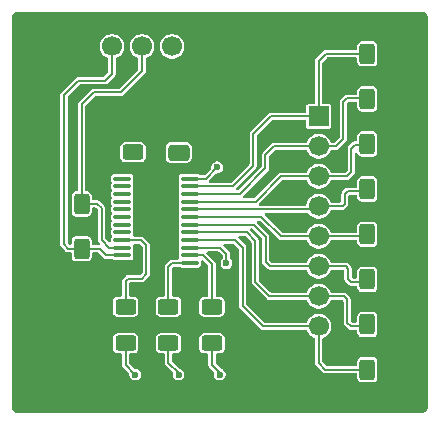
<source format=gbr>
%TF.GenerationSoftware,KiCad,Pcbnew,9.0.6*%
%TF.CreationDate,2026-01-26T18:49:08-03:00*%
%TF.ProjectId,evasion_sensor,65766173-696f-46e5-9f73-656e736f722e,rev?*%
%TF.SameCoordinates,Original*%
%TF.FileFunction,Copper,L1,Top*%
%TF.FilePolarity,Positive*%
%FSLAX46Y46*%
G04 Gerber Fmt 4.6, Leading zero omitted, Abs format (unit mm)*
G04 Created by KiCad (PCBNEW 9.0.6) date 2026-01-26 18:49:08*
%MOMM*%
%LPD*%
G01*
G04 APERTURE LIST*
G04 Aperture macros list*
%AMRoundRect*
0 Rectangle with rounded corners*
0 $1 Rounding radius*
0 $2 $3 $4 $5 $6 $7 $8 $9 X,Y pos of 4 corners*
0 Add a 4 corners polygon primitive as box body*
4,1,4,$2,$3,$4,$5,$6,$7,$8,$9,$2,$3,0*
0 Add four circle primitives for the rounded corners*
1,1,$1+$1,$2,$3*
1,1,$1+$1,$4,$5*
1,1,$1+$1,$6,$7*
1,1,$1+$1,$8,$9*
0 Add four rect primitives between the rounded corners*
20,1,$1+$1,$2,$3,$4,$5,0*
20,1,$1+$1,$4,$5,$6,$7,0*
20,1,$1+$1,$6,$7,$8,$9,0*
20,1,$1+$1,$8,$9,$2,$3,0*%
G04 Aperture macros list end*
%TA.AperFunction,SMDPad,CuDef*%
%ADD10RoundRect,0.250000X0.400000X0.625000X-0.400000X0.625000X-0.400000X-0.625000X0.400000X-0.625000X0*%
%TD*%
%TA.AperFunction,SMDPad,CuDef*%
%ADD11RoundRect,0.100000X0.637500X0.100000X-0.637500X0.100000X-0.637500X-0.100000X0.637500X-0.100000X0*%
%TD*%
%TA.AperFunction,SMDPad,CuDef*%
%ADD12RoundRect,0.250000X-0.625000X0.400000X-0.625000X-0.400000X0.625000X-0.400000X0.625000X0.400000X0*%
%TD*%
%TA.AperFunction,SMDPad,CuDef*%
%ADD13RoundRect,0.250000X-0.400000X-0.625000X0.400000X-0.625000X0.400000X0.625000X-0.400000X0.625000X0*%
%TD*%
%TA.AperFunction,SMDPad,CuDef*%
%ADD14RoundRect,0.250000X-0.650000X0.412500X-0.650000X-0.412500X0.650000X-0.412500X0.650000X0.412500X0*%
%TD*%
%TA.AperFunction,ComponentPad*%
%ADD15R,1.700000X1.700000*%
%TD*%
%TA.AperFunction,ComponentPad*%
%ADD16C,1.700000*%
%TD*%
%TA.AperFunction,ViaPad*%
%ADD17C,0.600000*%
%TD*%
%TA.AperFunction,Conductor*%
%ADD18C,0.200000*%
%TD*%
G04 APERTURE END LIST*
D10*
%TO.P,R10,1*%
%TO.N,+3.3V*%
X210340000Y-70910000D03*
%TO.P,R10,2*%
%TO.N,SDA2*%
X207240000Y-70910000D03*
%TD*%
%TO.P,R8,1*%
%TO.N,+3.3V*%
X210340000Y-63270000D03*
%TO.P,R8,2*%
%TO.N,SDA3*%
X207240000Y-63270000D03*
%TD*%
%TO.P,R11,1*%
%TO.N,+3.3V*%
X210340000Y-74730000D03*
%TO.P,R11,2*%
%TO.N,SCL1*%
X207240000Y-74730000D03*
%TD*%
D11*
%TO.P,U1,1,A0*%
%TO.N,A0*%
X192220000Y-77170000D03*
%TO.P,U1,2,A1*%
%TO.N,A1*%
X192220000Y-76520000D03*
%TO.P,U1,3,~{RESET}*%
%TO.N,GND*%
X192220000Y-75870000D03*
%TO.P,U1,4,SD0*%
%TO.N,SDA0*%
X192220000Y-75220000D03*
%TO.P,U1,5,SC0*%
%TO.N,SCL0*%
X192220000Y-74570000D03*
%TO.P,U1,6,SD1*%
%TO.N,SDA1*%
X192220000Y-73920000D03*
%TO.P,U1,7,SC1*%
%TO.N,SCL1*%
X192220000Y-73270000D03*
%TO.P,U1,8,SD2*%
%TO.N,SDA2*%
X192220000Y-72620000D03*
%TO.P,U1,9,SC2*%
%TO.N,SCL2*%
X192220000Y-71970000D03*
%TO.P,U1,10,SD3*%
%TO.N,SDA3*%
X192220000Y-71320000D03*
%TO.P,U1,11,SC3*%
%TO.N,SCL3*%
X192220000Y-70670000D03*
%TO.P,U1,12,GND*%
%TO.N,GND*%
X192220000Y-70020000D03*
%TO.P,U1,13,SD4*%
%TO.N,unconnected-(U1-SD4-Pad13)*%
X186495000Y-70020000D03*
%TO.P,U1,14,SC4*%
%TO.N,unconnected-(U1-SC4-Pad14)*%
X186495000Y-70670000D03*
%TO.P,U1,15,SD5*%
%TO.N,unconnected-(U1-SD5-Pad15)*%
X186495000Y-71320000D03*
%TO.P,U1,16,SC5*%
%TO.N,unconnected-(U1-SC5-Pad16)*%
X186495000Y-71970000D03*
%TO.P,U1,17,SD6*%
%TO.N,unconnected-(U1-SD6-Pad17)*%
X186495000Y-72620000D03*
%TO.P,U1,18,SC6*%
%TO.N,unconnected-(U1-SC6-Pad18)*%
X186495000Y-73270000D03*
%TO.P,U1,19,SD7*%
%TO.N,unconnected-(U1-SD7-Pad19)*%
X186495000Y-73920000D03*
%TO.P,U1,20,SC7*%
%TO.N,unconnected-(U1-SC7-Pad20)*%
X186495000Y-74570000D03*
%TO.P,U1,21,A2*%
%TO.N,A2*%
X186495000Y-75220000D03*
%TO.P,U1,22,SCL*%
%TO.N,SCL*%
X186495000Y-75870000D03*
%TO.P,U1,23,SDA*%
%TO.N,SDA*%
X186495000Y-76520000D03*
%TO.P,U1,24,VCC*%
%TO.N,+3.3V*%
X186495000Y-77170000D03*
%TD*%
D12*
%TO.P,R4,1*%
%TO.N,A2*%
X186780000Y-80850000D03*
%TO.P,R4,2*%
%TO.N,GND*%
X186780000Y-83950000D03*
%TD*%
%TO.P,R6,1*%
%TO.N,A0*%
X190410000Y-80850000D03*
%TO.P,R6,2*%
%TO.N,GND*%
X190410000Y-83950000D03*
%TD*%
D10*
%TO.P,R13,1*%
%TO.N,+3.3V*%
X210340000Y-82370000D03*
%TO.P,R13,2*%
%TO.N,SCL0*%
X207240000Y-82370000D03*
%TD*%
%TO.P,R9,1*%
%TO.N,+3.3V*%
X210340000Y-67090000D03*
%TO.P,R9,2*%
%TO.N,SCL2*%
X207240000Y-67090000D03*
%TD*%
%TO.P,R12,1*%
%TO.N,+3.3V*%
X210340000Y-78550000D03*
%TO.P,R12,2*%
%TO.N,SDA1*%
X207240000Y-78550000D03*
%TD*%
D13*
%TO.P,R1,1*%
%TO.N,+3.3V*%
X179960000Y-72160000D03*
%TO.P,R1,2*%
%TO.N,SCL*%
X183060000Y-72160000D03*
%TD*%
D14*
%TO.P,C1,1*%
%TO.N,+3.3V*%
X191270000Y-64687500D03*
%TO.P,C1,2*%
%TO.N,GND*%
X191270000Y-67812500D03*
%TD*%
D12*
%TO.P,R5,1*%
%TO.N,A1*%
X194090000Y-80870000D03*
%TO.P,R5,2*%
%TO.N,GND*%
X194090000Y-83970000D03*
%TD*%
D15*
%TO.P,J1,1,Pin_1*%
%TO.N,SCL3*%
X203130000Y-64740000D03*
D16*
%TO.P,J1,2,Pin_2*%
%TO.N,SDA3*%
X203130000Y-67280000D03*
%TO.P,J1,3,Pin_3*%
%TO.N,SCL2*%
X203130000Y-69820000D03*
%TO.P,J1,4,Pin_4*%
%TO.N,SDA2*%
X203130000Y-72360000D03*
%TO.P,J1,5,Pin_5*%
%TO.N,SCL1*%
X203130000Y-74900000D03*
%TO.P,J1,6,Pin_6*%
%TO.N,SDA1*%
X203130000Y-77440000D03*
%TO.P,J1,7,Pin_7*%
%TO.N,SCL0*%
X203130000Y-79980000D03*
%TO.P,J1,8,Pin_8*%
%TO.N,SDA0*%
X203130000Y-82520000D03*
%TD*%
D10*
%TO.P,R7,1*%
%TO.N,+3.3V*%
X210340000Y-59450000D03*
%TO.P,R7,2*%
%TO.N,SCL3*%
X207240000Y-59450000D03*
%TD*%
D12*
%TO.P,R3,1*%
%TO.N,+3.3V*%
X187410000Y-64670000D03*
%TO.P,R3,2*%
%TO.N,GND*%
X187410000Y-67770000D03*
%TD*%
D13*
%TO.P,R2,1*%
%TO.N,+3.3V*%
X179960000Y-75950000D03*
%TO.P,R2,2*%
%TO.N,SDA*%
X183060000Y-75950000D03*
%TD*%
D10*
%TO.P,R14,1*%
%TO.N,+3.3V*%
X210340000Y-86190000D03*
%TO.P,R14,2*%
%TO.N,SDA0*%
X207240000Y-86190000D03*
%TD*%
D15*
%TO.P,J2,1,Pin_1*%
%TO.N,+3.3V*%
X193250000Y-58830000D03*
D16*
%TO.P,J2,2,Pin_2*%
%TO.N,GND*%
X190710000Y-58830000D03*
%TO.P,J2,3,Pin_3*%
%TO.N,SCL*%
X188170000Y-58830000D03*
%TO.P,J2,4,Pin_4*%
%TO.N,SDA*%
X185630000Y-58830000D03*
%TD*%
D17*
%TO.N,GND*%
X187600000Y-86610000D03*
X191270000Y-67812500D03*
X191260000Y-86610000D03*
X187410000Y-67770000D03*
X194535000Y-69065000D03*
X194750000Y-86610000D03*
X195320000Y-77170000D03*
%TD*%
D18*
%TO.N,GND*%
X194090000Y-85790000D02*
X194750000Y-86450000D01*
X192220000Y-70020000D02*
X193580000Y-70020000D01*
X190410000Y-85610000D02*
X191310000Y-86510000D01*
X194810000Y-75870000D02*
X192220000Y-75870000D01*
X195320000Y-77170000D02*
X195320000Y-76380000D01*
X190410000Y-83950000D02*
X190410000Y-85610000D01*
X186780000Y-83950000D02*
X186780000Y-85790000D01*
X194090000Y-83970000D02*
X194090000Y-85790000D01*
X186780000Y-85790000D02*
X187600000Y-86610000D01*
X195320000Y-76380000D02*
X194810000Y-75870000D01*
X193580000Y-70020000D02*
X194535000Y-69065000D01*
%TO.N,SCL3*%
X203710000Y-59450000D02*
X203130000Y-60030000D01*
X197580000Y-68930000D02*
X197580000Y-66230000D01*
X192220000Y-70670000D02*
X195840000Y-70670000D01*
X203130000Y-60030000D02*
X203130000Y-64740000D01*
X199070000Y-64740000D02*
X203130000Y-64740000D01*
X197580000Y-66230000D02*
X199070000Y-64740000D01*
X207240000Y-59450000D02*
X203710000Y-59450000D01*
X195840000Y-70670000D02*
X197580000Y-68930000D01*
%TO.N,SDA1*%
X205610000Y-77650000D02*
X205610000Y-78500000D01*
X205400000Y-77440000D02*
X205610000Y-77650000D01*
X198640000Y-77070000D02*
X199010000Y-77440000D01*
X205890000Y-78780000D02*
X207240000Y-78780000D01*
X192220000Y-73920000D02*
X197610000Y-73920000D01*
X197610000Y-73920000D02*
X198640000Y-74950000D01*
X205610000Y-78500000D02*
X205890000Y-78780000D01*
X198640000Y-74950000D02*
X198640000Y-77070000D01*
X203130000Y-77440000D02*
X205400000Y-77440000D01*
X199010000Y-77440000D02*
X203130000Y-77440000D01*
%TO.N,SDA2*%
X205340000Y-71330000D02*
X205340000Y-72160000D01*
X205340000Y-72160000D02*
X205150000Y-72350000D01*
X207240000Y-71090000D02*
X205580000Y-71090000D01*
X192220000Y-72620000D02*
X202870000Y-72620000D01*
X205580000Y-71090000D02*
X205340000Y-71330000D01*
X205150000Y-72350000D02*
X203140000Y-72350000D01*
%TO.N,SDA3*%
X205220000Y-63520000D02*
X205520000Y-63220000D01*
X199350000Y-67280000D02*
X203130000Y-67280000D01*
X203130000Y-67280000D02*
X204600000Y-67280000D01*
X196450000Y-71320000D02*
X198610000Y-69160000D01*
X198610000Y-68020000D02*
X199350000Y-67280000D01*
X198610000Y-69160000D02*
X198610000Y-68020000D01*
X205520000Y-63220000D02*
X207240000Y-63220000D01*
X192220000Y-71320000D02*
X196450000Y-71320000D01*
X205220000Y-66660000D02*
X205220000Y-63520000D01*
X204600000Y-67280000D02*
X205220000Y-66660000D01*
%TO.N,SDA0*%
X196690000Y-80800000D02*
X198410000Y-82520000D01*
X192220000Y-75220000D02*
X196050000Y-75220000D01*
X196690000Y-75860000D02*
X196690000Y-80800000D01*
X203700000Y-86190000D02*
X207240000Y-86190000D01*
X203130000Y-82520000D02*
X203130000Y-85620000D01*
X196050000Y-75220000D02*
X196690000Y-75860000D01*
X203130000Y-85620000D02*
X203700000Y-86190000D01*
X198410000Y-82520000D02*
X203130000Y-82520000D01*
%TO.N,SCL2*%
X192220000Y-71970000D02*
X197790000Y-71970000D01*
X206210000Y-67150000D02*
X205890000Y-67470000D01*
X199940000Y-69820000D02*
X203130000Y-69820000D01*
X207240000Y-67150000D02*
X206210000Y-67150000D01*
X205890000Y-69430000D02*
X205500000Y-69820000D01*
X197790000Y-71970000D02*
X199940000Y-69820000D01*
X205890000Y-67470000D02*
X205890000Y-69430000D01*
X205500000Y-69820000D02*
X203130000Y-69820000D01*
%TO.N,SCL1*%
X199910000Y-74900000D02*
X203130000Y-74900000D01*
X198280000Y-73270000D02*
X199910000Y-74900000D01*
X192220000Y-73270000D02*
X198280000Y-73270000D01*
X203130000Y-74900000D02*
X207230000Y-74900000D01*
%TO.N,SCL0*%
X192220000Y-74570000D02*
X197050000Y-74570000D01*
X205820000Y-82510000D02*
X207240000Y-82510000D01*
X205530000Y-82220000D02*
X205820000Y-82510000D01*
X205260000Y-79980000D02*
X205530000Y-80250000D01*
X205530000Y-80250000D02*
X205530000Y-82220000D01*
X203130000Y-79980000D02*
X205260000Y-79980000D01*
X197740000Y-78770000D02*
X198950000Y-79980000D01*
X197740000Y-75260000D02*
X197740000Y-78770000D01*
X198950000Y-79980000D02*
X203130000Y-79980000D01*
X197050000Y-74570000D02*
X197740000Y-75260000D01*
%TO.N,SCL*%
X184080000Y-62710000D02*
X183060000Y-63730000D01*
X183060000Y-72160000D02*
X184390000Y-72160000D01*
X184390000Y-72160000D02*
X184740000Y-72510000D01*
X184740000Y-72510000D02*
X184740000Y-75210000D01*
X184740000Y-75210000D02*
X185400000Y-75870000D01*
X185400000Y-75870000D02*
X186495000Y-75870000D01*
X188170000Y-58830000D02*
X188170000Y-60930000D01*
X188170000Y-60930000D02*
X186390000Y-62710000D01*
X186390000Y-62710000D02*
X184080000Y-62710000D01*
X183060000Y-63730000D02*
X183060000Y-72160000D01*
%TO.N,SDA*%
X181560000Y-62930000D02*
X182751000Y-61739000D01*
X181930000Y-75950000D02*
X181560000Y-75580000D01*
X183060000Y-75950000D02*
X181930000Y-75950000D01*
X182751000Y-61739000D02*
X185011000Y-61739000D01*
X185011000Y-61739000D02*
X185630000Y-61120000D01*
X181560000Y-75580000D02*
X181560000Y-62930000D01*
X186495000Y-76520000D02*
X185150000Y-76520000D01*
X184580000Y-75950000D02*
X183060000Y-75950000D01*
X185630000Y-61120000D02*
X185630000Y-58830000D01*
X185150000Y-76520000D02*
X184580000Y-75950000D01*
%TO.N,A2*%
X188150000Y-78480000D02*
X188530000Y-78100000D01*
X188530000Y-78100000D02*
X188530000Y-75680000D01*
X186780000Y-78700000D02*
X187000000Y-78480000D01*
X188530000Y-75680000D02*
X188070000Y-75220000D01*
X188070000Y-75220000D02*
X186495000Y-75220000D01*
X186780000Y-80850000D02*
X186780000Y-78700000D01*
X187000000Y-78480000D02*
X188150000Y-78480000D01*
%TO.N,A1*%
X193370000Y-76520000D02*
X194090000Y-77240000D01*
X194090000Y-77240000D02*
X194090000Y-80870000D01*
X192220000Y-76520000D02*
X193370000Y-76520000D01*
%TO.N,A0*%
X190710000Y-77170000D02*
X190410000Y-77470000D01*
X190410000Y-77470000D02*
X190410000Y-80850000D01*
X192220000Y-77170000D02*
X190710000Y-77170000D01*
%TD*%
%TA.AperFunction,Conductor*%
%TO.N,+3.3V*%
G36*
X211866922Y-55871280D02*
G01*
X211957266Y-55881459D01*
X211984331Y-55887636D01*
X212063540Y-55915352D01*
X212088553Y-55927398D01*
X212159606Y-55972043D01*
X212181313Y-55989355D01*
X212240644Y-56048686D01*
X212257957Y-56070395D01*
X212302600Y-56141444D01*
X212314648Y-56166462D01*
X212342362Y-56245666D01*
X212348540Y-56272735D01*
X212358720Y-56363076D01*
X212359500Y-56376961D01*
X212359500Y-89333038D01*
X212358720Y-89346922D01*
X212358720Y-89346923D01*
X212348540Y-89437264D01*
X212342362Y-89464333D01*
X212314648Y-89543537D01*
X212302600Y-89568555D01*
X212257957Y-89639604D01*
X212240644Y-89661313D01*
X212181313Y-89720644D01*
X212159604Y-89737957D01*
X212088555Y-89782600D01*
X212063537Y-89794648D01*
X211984333Y-89822362D01*
X211957264Y-89828540D01*
X211877075Y-89837576D01*
X211866921Y-89838720D01*
X211853038Y-89839500D01*
X177636962Y-89839500D01*
X177623078Y-89838720D01*
X177610553Y-89837308D01*
X177532735Y-89828540D01*
X177505666Y-89822362D01*
X177426462Y-89794648D01*
X177401444Y-89782600D01*
X177330395Y-89737957D01*
X177308686Y-89720644D01*
X177249355Y-89661313D01*
X177232042Y-89639604D01*
X177187399Y-89568555D01*
X177175351Y-89543537D01*
X177147637Y-89464333D01*
X177141459Y-89437263D01*
X177131280Y-89346922D01*
X177130500Y-89333038D01*
X177130500Y-83495730D01*
X185704500Y-83495730D01*
X185704500Y-84404269D01*
X185707353Y-84434699D01*
X185707353Y-84434701D01*
X185752206Y-84562880D01*
X185752207Y-84562882D01*
X185832850Y-84672150D01*
X185942118Y-84752793D01*
X185984845Y-84767744D01*
X186070299Y-84797646D01*
X186100730Y-84800500D01*
X186100734Y-84800500D01*
X186355500Y-84800500D01*
X186422539Y-84820185D01*
X186468294Y-84872989D01*
X186479500Y-84924500D01*
X186479500Y-85829562D01*
X186499979Y-85905989D01*
X186508357Y-85920500D01*
X186508358Y-85920501D01*
X186539539Y-85974509D01*
X186539541Y-85974512D01*
X187063181Y-86498152D01*
X187096666Y-86559475D01*
X187099500Y-86585833D01*
X187099500Y-86675891D01*
X187133608Y-86803187D01*
X187166554Y-86860250D01*
X187199500Y-86917314D01*
X187292686Y-87010500D01*
X187406814Y-87076392D01*
X187534108Y-87110500D01*
X187534110Y-87110500D01*
X187665890Y-87110500D01*
X187665892Y-87110500D01*
X187793186Y-87076392D01*
X187907314Y-87010500D01*
X188000500Y-86917314D01*
X188066392Y-86803186D01*
X188100500Y-86675892D01*
X188100500Y-86544108D01*
X188066392Y-86416814D01*
X188000500Y-86302686D01*
X187907314Y-86209500D01*
X187850250Y-86176554D01*
X187793187Y-86143608D01*
X187691270Y-86116300D01*
X187665892Y-86109500D01*
X187575833Y-86109500D01*
X187508794Y-86089815D01*
X187488152Y-86073181D01*
X187116819Y-85701848D01*
X187083334Y-85640525D01*
X187080500Y-85614167D01*
X187080500Y-84924500D01*
X187100185Y-84857461D01*
X187152989Y-84811706D01*
X187204500Y-84800500D01*
X187459270Y-84800500D01*
X187489699Y-84797646D01*
X187489701Y-84797646D01*
X187560728Y-84772792D01*
X187617882Y-84752793D01*
X187727150Y-84672150D01*
X187807793Y-84562882D01*
X187830219Y-84498790D01*
X187852646Y-84434701D01*
X187852646Y-84434699D01*
X187855500Y-84404269D01*
X187855500Y-83495730D01*
X189334500Y-83495730D01*
X189334500Y-84404269D01*
X189337353Y-84434699D01*
X189337353Y-84434701D01*
X189382206Y-84562880D01*
X189382207Y-84562882D01*
X189462850Y-84672150D01*
X189572118Y-84752793D01*
X189614845Y-84767744D01*
X189700299Y-84797646D01*
X189730730Y-84800500D01*
X189730734Y-84800500D01*
X189985500Y-84800500D01*
X190052539Y-84820185D01*
X190098294Y-84872989D01*
X190109500Y-84924500D01*
X190109500Y-85649562D01*
X190123510Y-85701848D01*
X190129979Y-85725989D01*
X190144093Y-85750434D01*
X190144094Y-85750438D01*
X190144095Y-85750438D01*
X190169539Y-85794510D01*
X190169541Y-85794512D01*
X190742612Y-86367583D01*
X190776097Y-86428906D01*
X190774706Y-86487356D01*
X190759500Y-86544106D01*
X190759500Y-86675891D01*
X190793608Y-86803187D01*
X190826554Y-86860250D01*
X190859500Y-86917314D01*
X190952686Y-87010500D01*
X191066814Y-87076392D01*
X191194108Y-87110500D01*
X191194110Y-87110500D01*
X191325890Y-87110500D01*
X191325892Y-87110500D01*
X191453186Y-87076392D01*
X191567314Y-87010500D01*
X191660500Y-86917314D01*
X191726392Y-86803186D01*
X191760500Y-86675892D01*
X191760500Y-86544108D01*
X191726392Y-86416814D01*
X191660500Y-86302686D01*
X191567314Y-86209500D01*
X191453186Y-86143608D01*
X191369702Y-86121238D01*
X191314116Y-86089145D01*
X190746819Y-85521848D01*
X190713334Y-85460525D01*
X190710500Y-85434167D01*
X190710500Y-84924500D01*
X190730185Y-84857461D01*
X190782989Y-84811706D01*
X190834500Y-84800500D01*
X191089270Y-84800500D01*
X191119699Y-84797646D01*
X191119701Y-84797646D01*
X191190728Y-84772792D01*
X191247882Y-84752793D01*
X191357150Y-84672150D01*
X191437793Y-84562882D01*
X191460219Y-84498790D01*
X191482646Y-84434701D01*
X191482646Y-84434699D01*
X191485500Y-84404269D01*
X191485500Y-83515730D01*
X193014500Y-83515730D01*
X193014500Y-84424269D01*
X193017353Y-84454699D01*
X193017353Y-84454701D01*
X193062206Y-84582880D01*
X193062207Y-84582882D01*
X193142850Y-84692150D01*
X193252118Y-84772793D01*
X193294845Y-84787744D01*
X193380299Y-84817646D01*
X193410730Y-84820500D01*
X193410734Y-84820500D01*
X193665500Y-84820500D01*
X193732539Y-84840185D01*
X193778294Y-84892989D01*
X193789500Y-84944500D01*
X193789500Y-85829562D01*
X193809979Y-85905989D01*
X193818357Y-85920500D01*
X193818358Y-85920501D01*
X193849539Y-85974509D01*
X193849541Y-85974512D01*
X194234725Y-86359696D01*
X194268210Y-86421019D01*
X194266819Y-86479469D01*
X194249500Y-86544106D01*
X194249500Y-86675891D01*
X194283608Y-86803187D01*
X194316554Y-86860250D01*
X194349500Y-86917314D01*
X194442686Y-87010500D01*
X194556814Y-87076392D01*
X194684108Y-87110500D01*
X194684110Y-87110500D01*
X194815890Y-87110500D01*
X194815892Y-87110500D01*
X194943186Y-87076392D01*
X195057314Y-87010500D01*
X195150500Y-86917314D01*
X195216392Y-86803186D01*
X195250500Y-86675892D01*
X195250500Y-86544108D01*
X195216392Y-86416814D01*
X195150500Y-86302686D01*
X195057314Y-86209500D01*
X195000250Y-86176554D01*
X194943187Y-86143608D01*
X194873363Y-86124899D01*
X194817776Y-86092805D01*
X194426819Y-85701848D01*
X194393334Y-85640525D01*
X194390500Y-85614167D01*
X194390500Y-84944500D01*
X194410185Y-84877461D01*
X194462989Y-84831706D01*
X194514500Y-84820500D01*
X194769270Y-84820500D01*
X194799699Y-84817646D01*
X194799701Y-84817646D01*
X194863790Y-84795219D01*
X194927882Y-84772793D01*
X195037150Y-84692150D01*
X195117793Y-84582882D01*
X195140219Y-84518790D01*
X195162646Y-84454701D01*
X195162646Y-84454699D01*
X195165500Y-84424269D01*
X195165500Y-83515730D01*
X195162646Y-83485300D01*
X195162646Y-83485298D01*
X195117793Y-83357119D01*
X195117792Y-83357117D01*
X195103032Y-83337118D01*
X195037150Y-83247850D01*
X194927882Y-83167207D01*
X194927880Y-83167206D01*
X194799700Y-83122353D01*
X194769270Y-83119500D01*
X194769266Y-83119500D01*
X193410734Y-83119500D01*
X193410730Y-83119500D01*
X193380300Y-83122353D01*
X193380298Y-83122353D01*
X193252119Y-83167206D01*
X193252117Y-83167207D01*
X193142850Y-83247850D01*
X193062207Y-83357117D01*
X193062206Y-83357119D01*
X193017353Y-83485298D01*
X193017353Y-83485300D01*
X193014500Y-83515730D01*
X191485500Y-83515730D01*
X191485500Y-83495730D01*
X191482646Y-83465300D01*
X191482646Y-83465298D01*
X191449006Y-83369163D01*
X191437793Y-83337118D01*
X191357150Y-83227850D01*
X191247882Y-83147207D01*
X191247880Y-83147206D01*
X191119700Y-83102353D01*
X191089270Y-83099500D01*
X191089266Y-83099500D01*
X189730734Y-83099500D01*
X189730730Y-83099500D01*
X189700300Y-83102353D01*
X189700298Y-83102353D01*
X189572119Y-83147206D01*
X189572117Y-83147207D01*
X189462850Y-83227850D01*
X189382207Y-83337117D01*
X189382206Y-83337119D01*
X189337353Y-83465298D01*
X189337353Y-83465300D01*
X189334500Y-83495730D01*
X187855500Y-83495730D01*
X187852646Y-83465300D01*
X187852646Y-83465298D01*
X187819006Y-83369163D01*
X187807793Y-83337118D01*
X187727150Y-83227850D01*
X187617882Y-83147207D01*
X187617880Y-83147206D01*
X187489700Y-83102353D01*
X187459270Y-83099500D01*
X187459266Y-83099500D01*
X186100734Y-83099500D01*
X186100730Y-83099500D01*
X186070300Y-83102353D01*
X186070298Y-83102353D01*
X185942119Y-83147206D01*
X185942117Y-83147207D01*
X185832850Y-83227850D01*
X185752207Y-83337117D01*
X185752206Y-83337119D01*
X185707353Y-83465298D01*
X185707353Y-83465300D01*
X185704500Y-83495730D01*
X177130500Y-83495730D01*
X177130500Y-62890438D01*
X181259500Y-62890438D01*
X181259500Y-75619562D01*
X181279979Y-75695989D01*
X181315661Y-75757793D01*
X181315663Y-75757796D01*
X181315662Y-75757796D01*
X181319326Y-75764141D01*
X181319540Y-75764511D01*
X181689540Y-76134511D01*
X181745489Y-76190460D01*
X181745491Y-76190461D01*
X181745495Y-76190464D01*
X181795788Y-76219500D01*
X181814011Y-76230021D01*
X181890438Y-76250500D01*
X182085500Y-76250500D01*
X182152539Y-76270185D01*
X182198294Y-76322989D01*
X182209500Y-76374500D01*
X182209500Y-76629269D01*
X182212353Y-76659699D01*
X182212353Y-76659701D01*
X182257206Y-76787880D01*
X182257207Y-76787882D01*
X182337850Y-76897150D01*
X182447118Y-76977793D01*
X182458707Y-76981848D01*
X182575299Y-77022646D01*
X182605730Y-77025500D01*
X182605734Y-77025500D01*
X183514270Y-77025500D01*
X183544699Y-77022646D01*
X183544701Y-77022646D01*
X183609392Y-77000009D01*
X183672882Y-76977793D01*
X183782150Y-76897150D01*
X183862793Y-76787882D01*
X183889582Y-76711323D01*
X183907646Y-76659701D01*
X183907646Y-76659699D01*
X183910500Y-76629269D01*
X183910500Y-76374500D01*
X183930185Y-76307461D01*
X183982989Y-76261706D01*
X184034500Y-76250500D01*
X184404167Y-76250500D01*
X184471206Y-76270185D01*
X184491848Y-76286819D01*
X184965489Y-76760460D01*
X185034012Y-76800022D01*
X185110438Y-76820500D01*
X185189562Y-76820500D01*
X185581667Y-76820500D01*
X185648706Y-76840185D01*
X185669348Y-76856819D01*
X185684735Y-76872206D01*
X185749726Y-76900902D01*
X185787506Y-76917584D01*
X185787507Y-76917584D01*
X185787509Y-76917585D01*
X185812635Y-76920500D01*
X187177364Y-76920499D01*
X187177379Y-76920497D01*
X187177382Y-76920497D01*
X187202487Y-76917586D01*
X187202488Y-76917585D01*
X187202491Y-76917585D01*
X187305265Y-76872206D01*
X187384706Y-76792765D01*
X187430085Y-76689991D01*
X187433000Y-76664865D01*
X187432999Y-76375136D01*
X187432925Y-76374500D01*
X187430086Y-76350012D01*
X187430085Y-76350008D01*
X187383757Y-76245086D01*
X187374685Y-76175808D01*
X187383757Y-76144913D01*
X187384704Y-76142766D01*
X187384706Y-76142765D01*
X187430085Y-76039991D01*
X187433000Y-76014865D01*
X187432999Y-75725136D01*
X187431937Y-75715975D01*
X187430086Y-75700012D01*
X187430085Y-75700010D01*
X187427690Y-75694585D01*
X187418619Y-75625307D01*
X187448443Y-75562122D01*
X187507693Y-75525092D01*
X187541125Y-75520500D01*
X187894167Y-75520500D01*
X187961206Y-75540185D01*
X187981848Y-75556819D01*
X188193181Y-75768152D01*
X188226666Y-75829475D01*
X188229500Y-75855833D01*
X188229500Y-77924167D01*
X188220855Y-77953607D01*
X188214332Y-77983594D01*
X188210577Y-77988609D01*
X188209815Y-77991206D01*
X188193181Y-78011848D01*
X188061848Y-78143181D01*
X188000525Y-78176666D01*
X187974167Y-78179500D01*
X186960438Y-78179500D01*
X186922224Y-78189739D01*
X186884009Y-78199979D01*
X186859558Y-78214096D01*
X186856281Y-78215989D01*
X186849370Y-78219979D01*
X186815489Y-78239539D01*
X186539541Y-78515487D01*
X186539535Y-78515495D01*
X186499982Y-78584004D01*
X186499979Y-78584009D01*
X186479500Y-78660439D01*
X186479500Y-79875500D01*
X186459815Y-79942539D01*
X186407011Y-79988294D01*
X186355500Y-79999500D01*
X186100730Y-79999500D01*
X186070300Y-80002353D01*
X186070298Y-80002353D01*
X185942119Y-80047206D01*
X185942117Y-80047207D01*
X185832850Y-80127850D01*
X185752207Y-80237117D01*
X185752206Y-80237119D01*
X185707353Y-80365298D01*
X185707353Y-80365300D01*
X185704500Y-80395730D01*
X185704500Y-81304269D01*
X185707353Y-81334699D01*
X185707353Y-81334701D01*
X185738199Y-81422850D01*
X185752207Y-81462882D01*
X185832850Y-81572150D01*
X185942118Y-81652793D01*
X185963572Y-81660300D01*
X186070299Y-81697646D01*
X186100730Y-81700500D01*
X186100734Y-81700500D01*
X187459270Y-81700500D01*
X187489699Y-81697646D01*
X187489701Y-81697646D01*
X187560728Y-81672792D01*
X187617882Y-81652793D01*
X187727150Y-81572150D01*
X187807793Y-81462882D01*
X187830219Y-81398790D01*
X187852646Y-81334701D01*
X187852646Y-81334699D01*
X187855500Y-81304269D01*
X187855500Y-80395730D01*
X189334500Y-80395730D01*
X189334500Y-81304269D01*
X189337353Y-81334699D01*
X189337353Y-81334701D01*
X189368199Y-81422850D01*
X189382207Y-81462882D01*
X189462850Y-81572150D01*
X189572118Y-81652793D01*
X189593572Y-81660300D01*
X189700299Y-81697646D01*
X189730730Y-81700500D01*
X189730734Y-81700500D01*
X191089270Y-81700500D01*
X191119699Y-81697646D01*
X191119701Y-81697646D01*
X191190728Y-81672792D01*
X191247882Y-81652793D01*
X191357150Y-81572150D01*
X191437793Y-81462882D01*
X191460219Y-81398790D01*
X191482646Y-81334701D01*
X191482646Y-81334699D01*
X191485500Y-81304269D01*
X191485500Y-80395730D01*
X191482646Y-80365300D01*
X191482646Y-80365298D01*
X191445806Y-80260017D01*
X191437793Y-80237118D01*
X191357150Y-80127850D01*
X191247882Y-80047207D01*
X191247880Y-80047206D01*
X191119700Y-80002353D01*
X191089270Y-79999500D01*
X191089266Y-79999500D01*
X190834500Y-79999500D01*
X190767461Y-79979815D01*
X190721706Y-79927011D01*
X190710500Y-79875500D01*
X190710500Y-77645833D01*
X190719144Y-77616392D01*
X190725668Y-77586406D01*
X190729422Y-77581390D01*
X190730185Y-77578794D01*
X190746819Y-77558152D01*
X190798152Y-77506819D01*
X190859475Y-77473334D01*
X190885833Y-77470500D01*
X191306667Y-77470500D01*
X191373706Y-77490185D01*
X191394348Y-77506819D01*
X191409735Y-77522206D01*
X191512509Y-77567585D01*
X191537635Y-77570500D01*
X192902364Y-77570499D01*
X192902379Y-77570497D01*
X192902382Y-77570497D01*
X192927487Y-77567586D01*
X192927488Y-77567585D01*
X192927491Y-77567585D01*
X193030265Y-77522206D01*
X193109706Y-77442765D01*
X193155085Y-77339991D01*
X193158000Y-77314865D01*
X193157999Y-77032331D01*
X193177683Y-76965293D01*
X193230487Y-76919538D01*
X193299646Y-76909594D01*
X193363201Y-76938619D01*
X193369680Y-76944651D01*
X193753181Y-77328152D01*
X193786666Y-77389475D01*
X193789500Y-77415833D01*
X193789500Y-79895500D01*
X193769815Y-79962539D01*
X193717011Y-80008294D01*
X193665500Y-80019500D01*
X193410730Y-80019500D01*
X193380300Y-80022353D01*
X193380298Y-80022353D01*
X193252119Y-80067206D01*
X193252117Y-80067207D01*
X193142850Y-80147850D01*
X193062207Y-80257117D01*
X193062206Y-80257119D01*
X193017353Y-80385298D01*
X193017353Y-80385300D01*
X193014500Y-80415730D01*
X193014500Y-81324269D01*
X193017353Y-81354699D01*
X193017353Y-81354701D01*
X193057524Y-81469500D01*
X193062207Y-81482882D01*
X193142850Y-81592150D01*
X193252118Y-81672793D01*
X193294845Y-81687744D01*
X193380299Y-81717646D01*
X193410730Y-81720500D01*
X193410734Y-81720500D01*
X194769270Y-81720500D01*
X194799699Y-81717646D01*
X194799701Y-81717646D01*
X194876609Y-81690734D01*
X194927882Y-81672793D01*
X195037150Y-81592150D01*
X195117793Y-81482882D01*
X195140219Y-81418790D01*
X195162646Y-81354701D01*
X195162646Y-81354699D01*
X195165500Y-81324269D01*
X195165500Y-80415730D01*
X195162646Y-80385300D01*
X195162646Y-80385298D01*
X195125975Y-80280500D01*
X195117793Y-80257118D01*
X195037150Y-80147850D01*
X194927882Y-80067207D01*
X194927880Y-80067206D01*
X194799700Y-80022353D01*
X194769270Y-80019500D01*
X194769266Y-80019500D01*
X194514500Y-80019500D01*
X194447461Y-79999815D01*
X194401706Y-79947011D01*
X194390500Y-79895500D01*
X194390500Y-77200438D01*
X194390260Y-77199544D01*
X194390246Y-77199491D01*
X194370023Y-77124014D01*
X194370022Y-77124013D01*
X194370022Y-77124012D01*
X194330460Y-77055489D01*
X193657152Y-76382181D01*
X193623667Y-76320858D01*
X193628651Y-76251166D01*
X193670523Y-76195233D01*
X193735987Y-76170816D01*
X193744833Y-76170500D01*
X194634167Y-76170500D01*
X194701206Y-76190185D01*
X194721848Y-76206819D01*
X194983181Y-76468152D01*
X194997884Y-76495079D01*
X195014477Y-76520898D01*
X195015368Y-76527098D01*
X195016666Y-76529475D01*
X195019500Y-76555833D01*
X195019500Y-76711323D01*
X194999815Y-76778362D01*
X194983182Y-76799004D01*
X194919500Y-76862686D01*
X194853608Y-76976812D01*
X194819500Y-77104108D01*
X194819500Y-77235891D01*
X194853608Y-77363187D01*
X194884004Y-77415833D01*
X194919500Y-77477314D01*
X195012686Y-77570500D01*
X195126814Y-77636392D01*
X195254108Y-77670500D01*
X195254110Y-77670500D01*
X195385890Y-77670500D01*
X195385892Y-77670500D01*
X195513186Y-77636392D01*
X195627314Y-77570500D01*
X195720500Y-77477314D01*
X195786392Y-77363186D01*
X195820500Y-77235892D01*
X195820500Y-77104108D01*
X195786392Y-76976814D01*
X195720500Y-76862686D01*
X195656818Y-76799004D01*
X195623334Y-76737680D01*
X195620500Y-76711323D01*
X195620500Y-76340439D01*
X195615253Y-76320858D01*
X195600021Y-76264011D01*
X195592605Y-76251166D01*
X195560464Y-76195495D01*
X195560458Y-76195487D01*
X195097152Y-75732181D01*
X195063667Y-75670858D01*
X195068651Y-75601166D01*
X195110523Y-75545233D01*
X195175987Y-75520816D01*
X195184833Y-75520500D01*
X195874167Y-75520500D01*
X195941206Y-75540185D01*
X195961848Y-75556819D01*
X196353181Y-75948152D01*
X196386666Y-76009475D01*
X196389500Y-76035833D01*
X196389500Y-80839562D01*
X196403152Y-80890513D01*
X196409979Y-80915990D01*
X196409982Y-80915995D01*
X196449535Y-80984504D01*
X196449539Y-80984509D01*
X196449540Y-80984511D01*
X198169540Y-82704511D01*
X198225489Y-82760460D01*
X198225491Y-82760461D01*
X198225495Y-82760464D01*
X198276690Y-82790021D01*
X198294011Y-82800021D01*
X198370438Y-82820500D01*
X202034564Y-82820500D01*
X202101603Y-82840185D01*
X202147358Y-82892989D01*
X202149121Y-82897039D01*
X202173341Y-82955511D01*
X202199058Y-83017596D01*
X202314024Y-83189657D01*
X202460342Y-83335975D01*
X202460345Y-83335977D01*
X202632402Y-83450941D01*
X202752953Y-83500875D01*
X202807356Y-83544714D01*
X202829421Y-83611008D01*
X202829500Y-83615435D01*
X202829500Y-85659562D01*
X202849979Y-85735989D01*
X202883767Y-85794511D01*
X202889540Y-85804511D01*
X203515489Y-86430460D01*
X203584012Y-86470022D01*
X203660438Y-86490500D01*
X203739562Y-86490500D01*
X206265500Y-86490500D01*
X206332539Y-86510185D01*
X206378294Y-86562989D01*
X206389500Y-86614500D01*
X206389500Y-86869269D01*
X206392353Y-86899699D01*
X206392353Y-86899701D01*
X206437206Y-87027880D01*
X206437207Y-87027882D01*
X206517850Y-87137150D01*
X206627118Y-87217793D01*
X206669845Y-87232744D01*
X206755299Y-87262646D01*
X206785730Y-87265500D01*
X206785734Y-87265500D01*
X207694270Y-87265500D01*
X207724699Y-87262646D01*
X207724701Y-87262646D01*
X207788790Y-87240219D01*
X207852882Y-87217793D01*
X207962150Y-87137150D01*
X208042793Y-87027882D01*
X208081482Y-86917316D01*
X208087646Y-86899701D01*
X208087646Y-86899699D01*
X208090500Y-86869269D01*
X208090500Y-85510730D01*
X208087646Y-85480300D01*
X208087646Y-85480298D01*
X208042793Y-85352119D01*
X208042792Y-85352117D01*
X207962150Y-85242850D01*
X207852882Y-85162207D01*
X207852880Y-85162206D01*
X207724700Y-85117353D01*
X207694270Y-85114500D01*
X207694266Y-85114500D01*
X206785734Y-85114500D01*
X206785730Y-85114500D01*
X206755300Y-85117353D01*
X206755298Y-85117353D01*
X206627119Y-85162206D01*
X206627117Y-85162207D01*
X206517850Y-85242850D01*
X206437207Y-85352117D01*
X206437206Y-85352119D01*
X206392353Y-85480298D01*
X206392353Y-85480300D01*
X206389500Y-85510730D01*
X206389500Y-85765500D01*
X206369815Y-85832539D01*
X206317011Y-85878294D01*
X206265500Y-85889500D01*
X203875833Y-85889500D01*
X203808794Y-85869815D01*
X203788152Y-85853181D01*
X203466819Y-85531848D01*
X203433334Y-85470525D01*
X203430500Y-85444167D01*
X203430500Y-83615435D01*
X203450185Y-83548396D01*
X203502989Y-83502641D01*
X203507012Y-83500889D01*
X203627598Y-83450941D01*
X203799655Y-83335977D01*
X203945977Y-83189655D01*
X204060941Y-83017598D01*
X204140130Y-82826420D01*
X204180500Y-82623465D01*
X204180500Y-82416535D01*
X204140130Y-82213580D01*
X204060941Y-82022402D01*
X203945977Y-81850345D01*
X203945975Y-81850342D01*
X203799657Y-81704024D01*
X203632224Y-81592150D01*
X203627598Y-81589059D01*
X203586776Y-81572150D01*
X203436420Y-81509870D01*
X203436412Y-81509868D01*
X203233469Y-81469500D01*
X203233465Y-81469500D01*
X203026535Y-81469500D01*
X203026530Y-81469500D01*
X202823587Y-81509868D01*
X202823579Y-81509870D01*
X202632403Y-81589058D01*
X202460342Y-81704024D01*
X202314024Y-81850342D01*
X202199058Y-82022403D01*
X202149125Y-82142953D01*
X202105284Y-82197356D01*
X202038990Y-82219421D01*
X202034564Y-82219500D01*
X198585833Y-82219500D01*
X198518794Y-82199815D01*
X198498152Y-82183181D01*
X197026819Y-80711848D01*
X196993334Y-80650525D01*
X196990500Y-80624167D01*
X196990500Y-75820439D01*
X196990499Y-75820433D01*
X196985733Y-75802646D01*
X196970022Y-75744012D01*
X196930460Y-75675489D01*
X196337152Y-75082181D01*
X196303667Y-75020858D01*
X196308651Y-74951166D01*
X196350523Y-74895233D01*
X196415987Y-74870816D01*
X196424833Y-74870500D01*
X196874167Y-74870500D01*
X196941206Y-74890185D01*
X196961848Y-74906819D01*
X197403181Y-75348152D01*
X197436666Y-75409475D01*
X197439500Y-75435833D01*
X197439500Y-78809562D01*
X197443495Y-78824471D01*
X197459979Y-78885990D01*
X197459980Y-78885991D01*
X197485100Y-78929500D01*
X197499540Y-78954511D01*
X198709540Y-80164511D01*
X198765489Y-80220460D01*
X198765491Y-80220461D01*
X198765495Y-80220464D01*
X198834004Y-80260017D01*
X198834011Y-80260021D01*
X198910438Y-80280500D01*
X202034564Y-80280500D01*
X202101603Y-80300185D01*
X202147358Y-80352989D01*
X202149121Y-80357039D01*
X202152544Y-80365301D01*
X202199058Y-80477596D01*
X202314024Y-80649657D01*
X202460342Y-80795975D01*
X202460345Y-80795977D01*
X202632402Y-80910941D01*
X202823580Y-80990130D01*
X203026530Y-81030499D01*
X203026534Y-81030500D01*
X203026535Y-81030500D01*
X203233466Y-81030500D01*
X203233467Y-81030499D01*
X203436420Y-80990130D01*
X203627598Y-80910941D01*
X203799655Y-80795977D01*
X203945977Y-80649655D01*
X204060941Y-80477598D01*
X204110875Y-80357046D01*
X204154716Y-80302644D01*
X204221010Y-80280579D01*
X204225436Y-80280500D01*
X205084167Y-80280500D01*
X205113607Y-80289144D01*
X205143594Y-80295668D01*
X205148609Y-80299422D01*
X205151206Y-80300185D01*
X205171848Y-80316819D01*
X205193181Y-80338152D01*
X205226666Y-80399475D01*
X205229500Y-80425833D01*
X205229500Y-82259562D01*
X205243152Y-82310513D01*
X205249979Y-82335990D01*
X205249982Y-82335995D01*
X205289235Y-82403984D01*
X205289537Y-82404508D01*
X205289540Y-82404511D01*
X205579540Y-82694511D01*
X205635489Y-82750460D01*
X205635491Y-82750461D01*
X205635495Y-82750464D01*
X205704004Y-82790017D01*
X205704011Y-82790021D01*
X205780438Y-82810500D01*
X205859562Y-82810500D01*
X206265500Y-82810500D01*
X206332539Y-82830185D01*
X206378294Y-82882989D01*
X206389500Y-82934500D01*
X206389500Y-83049269D01*
X206392353Y-83079699D01*
X206392353Y-83079701D01*
X206437206Y-83207880D01*
X206437207Y-83207882D01*
X206517850Y-83317150D01*
X206627118Y-83397793D01*
X206669845Y-83412744D01*
X206755299Y-83442646D01*
X206785730Y-83445500D01*
X206785734Y-83445500D01*
X207694270Y-83445500D01*
X207724699Y-83442646D01*
X207724701Y-83442646D01*
X207788790Y-83420219D01*
X207852882Y-83397793D01*
X207962150Y-83317150D01*
X208042793Y-83207882D01*
X208065219Y-83143790D01*
X208087646Y-83079701D01*
X208087646Y-83079699D01*
X208090500Y-83049269D01*
X208090500Y-81690730D01*
X208087646Y-81660300D01*
X208087646Y-81660298D01*
X208042793Y-81532119D01*
X208042792Y-81532117D01*
X208026373Y-81509870D01*
X207962150Y-81422850D01*
X207852882Y-81342207D01*
X207852880Y-81342206D01*
X207724700Y-81297353D01*
X207694270Y-81294500D01*
X207694266Y-81294500D01*
X206785734Y-81294500D01*
X206785730Y-81294500D01*
X206755300Y-81297353D01*
X206755298Y-81297353D01*
X206627119Y-81342206D01*
X206627117Y-81342207D01*
X206517850Y-81422850D01*
X206437207Y-81532117D01*
X206437206Y-81532119D01*
X206392353Y-81660298D01*
X206392353Y-81660300D01*
X206389500Y-81690730D01*
X206389500Y-82085500D01*
X206369815Y-82152539D01*
X206317011Y-82198294D01*
X206265500Y-82209500D01*
X205995833Y-82209500D01*
X205966392Y-82200855D01*
X205936406Y-82194332D01*
X205931390Y-82190577D01*
X205928794Y-82189815D01*
X205908152Y-82173181D01*
X205866819Y-82131848D01*
X205833334Y-82070525D01*
X205830500Y-82044167D01*
X205830500Y-80210440D01*
X205830500Y-80210438D01*
X205818194Y-80164511D01*
X205810022Y-80134012D01*
X205770460Y-80065489D01*
X205444511Y-79739540D01*
X205444509Y-79739539D01*
X205444504Y-79739535D01*
X205375995Y-79699982D01*
X205375990Y-79699979D01*
X205350513Y-79693152D01*
X205299562Y-79679500D01*
X205299560Y-79679500D01*
X204225436Y-79679500D01*
X204158397Y-79659815D01*
X204112642Y-79607011D01*
X204110875Y-79602953D01*
X204100453Y-79577792D01*
X204060941Y-79482402D01*
X203945977Y-79310345D01*
X203945975Y-79310342D01*
X203799657Y-79164024D01*
X203643998Y-79060017D01*
X203627598Y-79049059D01*
X203558554Y-79020460D01*
X203436420Y-78969870D01*
X203436412Y-78969868D01*
X203233469Y-78929500D01*
X203233465Y-78929500D01*
X203026535Y-78929500D01*
X203026530Y-78929500D01*
X202823587Y-78969868D01*
X202823579Y-78969870D01*
X202632403Y-79049058D01*
X202460342Y-79164024D01*
X202314024Y-79310342D01*
X202199058Y-79482403D01*
X202149125Y-79602953D01*
X202105284Y-79657356D01*
X202038990Y-79679421D01*
X202034564Y-79679500D01*
X199125833Y-79679500D01*
X199058794Y-79659815D01*
X199038152Y-79643181D01*
X198076819Y-78681848D01*
X198043334Y-78620525D01*
X198040500Y-78594167D01*
X198040500Y-75220439D01*
X198036744Y-75206420D01*
X198020021Y-75144011D01*
X198007225Y-75121848D01*
X197980464Y-75075495D01*
X197980458Y-75075487D01*
X197337152Y-74432181D01*
X197326539Y-74412744D01*
X197312039Y-74396011D01*
X197310122Y-74382679D01*
X197303667Y-74370858D01*
X197305246Y-74348771D01*
X197302095Y-74326853D01*
X197307690Y-74314601D01*
X197308651Y-74301166D01*
X197321921Y-74283439D01*
X197331120Y-74263297D01*
X197342451Y-74256014D01*
X197350523Y-74245233D01*
X197371268Y-74237495D01*
X197389898Y-74225523D01*
X197411816Y-74222371D01*
X197415987Y-74220816D01*
X197424833Y-74220500D01*
X197434167Y-74220500D01*
X197501206Y-74240185D01*
X197521848Y-74256819D01*
X198303181Y-75038152D01*
X198336666Y-75099475D01*
X198339500Y-75125833D01*
X198339500Y-77109562D01*
X198343458Y-77124332D01*
X198359979Y-77185990D01*
X198359982Y-77185995D01*
X198399535Y-77254504D01*
X198399539Y-77254509D01*
X198399540Y-77254511D01*
X198769540Y-77624511D01*
X198825489Y-77680460D01*
X198825491Y-77680461D01*
X198825495Y-77680464D01*
X198880324Y-77712119D01*
X198894011Y-77720021D01*
X198970438Y-77740500D01*
X202034564Y-77740500D01*
X202101603Y-77760185D01*
X202147358Y-77812989D01*
X202149121Y-77817039D01*
X202199059Y-77937598D01*
X202248671Y-78011848D01*
X202314024Y-78109657D01*
X202460342Y-78255975D01*
X202460345Y-78255977D01*
X202632402Y-78370941D01*
X202823580Y-78450130D01*
X202971234Y-78479500D01*
X203026530Y-78490499D01*
X203026534Y-78490500D01*
X203026535Y-78490500D01*
X203233466Y-78490500D01*
X203233467Y-78490499D01*
X203436420Y-78450130D01*
X203627598Y-78370941D01*
X203799655Y-78255977D01*
X203945977Y-78109655D01*
X204060941Y-77937598D01*
X204110875Y-77817046D01*
X204154716Y-77762644D01*
X204221010Y-77740579D01*
X204225436Y-77740500D01*
X205185500Y-77740500D01*
X205252539Y-77760185D01*
X205298294Y-77812989D01*
X205309500Y-77864500D01*
X205309500Y-78539562D01*
X205321410Y-78584009D01*
X205329979Y-78615990D01*
X205343842Y-78640000D01*
X205357705Y-78664012D01*
X205357706Y-78664013D01*
X205368002Y-78681848D01*
X205369540Y-78684511D01*
X205649540Y-78964511D01*
X205705489Y-79020460D01*
X205705491Y-79020461D01*
X205705495Y-79020464D01*
X205755022Y-79049058D01*
X205774011Y-79060021D01*
X205850438Y-79080500D01*
X205929562Y-79080500D01*
X206265500Y-79080500D01*
X206332539Y-79100185D01*
X206378294Y-79152989D01*
X206389500Y-79204500D01*
X206389500Y-79229269D01*
X206392353Y-79259699D01*
X206392353Y-79259701D01*
X206437206Y-79387880D01*
X206437207Y-79387882D01*
X206517850Y-79497150D01*
X206627118Y-79577793D01*
X206669845Y-79592744D01*
X206755299Y-79622646D01*
X206785730Y-79625500D01*
X206785734Y-79625500D01*
X207694270Y-79625500D01*
X207724699Y-79622646D01*
X207724701Y-79622646D01*
X207788790Y-79600219D01*
X207852882Y-79577793D01*
X207962150Y-79497150D01*
X208042793Y-79387882D01*
X208069925Y-79310342D01*
X208087646Y-79259701D01*
X208087646Y-79259699D01*
X208090500Y-79229269D01*
X208090500Y-77870730D01*
X208087646Y-77840300D01*
X208087646Y-77840298D01*
X208042793Y-77712119D01*
X208042792Y-77712117D01*
X208019427Y-77680458D01*
X207962150Y-77602850D01*
X207852882Y-77522207D01*
X207852880Y-77522206D01*
X207724700Y-77477353D01*
X207694270Y-77474500D01*
X207694266Y-77474500D01*
X206785734Y-77474500D01*
X206785730Y-77474500D01*
X206755300Y-77477353D01*
X206755298Y-77477353D01*
X206627119Y-77522206D01*
X206627117Y-77522207D01*
X206517850Y-77602850D01*
X206437207Y-77712117D01*
X206437206Y-77712119D01*
X206392353Y-77840298D01*
X206392353Y-77840300D01*
X206389500Y-77870730D01*
X206389500Y-78355500D01*
X206386949Y-78364185D01*
X206388238Y-78373147D01*
X206377259Y-78397187D01*
X206369815Y-78422539D01*
X206362974Y-78428466D01*
X206359213Y-78436703D01*
X206336978Y-78450992D01*
X206317011Y-78468294D01*
X206306496Y-78470581D01*
X206300435Y-78474477D01*
X206265500Y-78479500D01*
X206065833Y-78479500D01*
X205998794Y-78459815D01*
X205978152Y-78443181D01*
X205946819Y-78411848D01*
X205913334Y-78350525D01*
X205910500Y-78324167D01*
X205910500Y-77610439D01*
X205910500Y-77610438D01*
X205890021Y-77534011D01*
X205883206Y-77522207D01*
X205850464Y-77465495D01*
X205850458Y-77465487D01*
X205584510Y-77199539D01*
X205572774Y-77192764D01*
X205561038Y-77185988D01*
X205538513Y-77172983D01*
X205515990Y-77159979D01*
X205490513Y-77153152D01*
X205439562Y-77139500D01*
X205439560Y-77139500D01*
X204225436Y-77139500D01*
X204158397Y-77119815D01*
X204112642Y-77067011D01*
X204110875Y-77062953D01*
X204098191Y-77032332D01*
X204060941Y-76942402D01*
X203945977Y-76770345D01*
X203945975Y-76770342D01*
X203799657Y-76624024D01*
X203645316Y-76520898D01*
X203627598Y-76509059D01*
X203593847Y-76495079D01*
X203436420Y-76429870D01*
X203436412Y-76429868D01*
X203233469Y-76389500D01*
X203233465Y-76389500D01*
X203026535Y-76389500D01*
X203026530Y-76389500D01*
X202823587Y-76429868D01*
X202823579Y-76429870D01*
X202632403Y-76509058D01*
X202460342Y-76624024D01*
X202314024Y-76770342D01*
X202199058Y-76942403D01*
X202149125Y-77062953D01*
X202105284Y-77117356D01*
X202038990Y-77139421D01*
X202034564Y-77139500D01*
X199185833Y-77139500D01*
X199156392Y-77130855D01*
X199126406Y-77124332D01*
X199121390Y-77120577D01*
X199118794Y-77119815D01*
X199098152Y-77103181D01*
X198976819Y-76981848D01*
X198943334Y-76920525D01*
X198940500Y-76894167D01*
X198940500Y-74910439D01*
X198939530Y-74906819D01*
X198920021Y-74834011D01*
X198920017Y-74834004D01*
X198880464Y-74765495D01*
X198880458Y-74765487D01*
X197897152Y-73782181D01*
X197886539Y-73762744D01*
X197872039Y-73746011D01*
X197870122Y-73732679D01*
X197863667Y-73720858D01*
X197865246Y-73698771D01*
X197862095Y-73676853D01*
X197867690Y-73664601D01*
X197868651Y-73651166D01*
X197881921Y-73633439D01*
X197891120Y-73613297D01*
X197902451Y-73606014D01*
X197910523Y-73595233D01*
X197931268Y-73587495D01*
X197949898Y-73575523D01*
X197971816Y-73572371D01*
X197975987Y-73570816D01*
X197984833Y-73570500D01*
X198104167Y-73570500D01*
X198171206Y-73590185D01*
X198191848Y-73606819D01*
X199669540Y-75084511D01*
X199725489Y-75140460D01*
X199725491Y-75140461D01*
X199725495Y-75140464D01*
X199794004Y-75180017D01*
X199794011Y-75180021D01*
X199870438Y-75200500D01*
X199949562Y-75200500D01*
X202034564Y-75200500D01*
X202101603Y-75220185D01*
X202147358Y-75272989D01*
X202149125Y-75277047D01*
X202197781Y-75394514D01*
X202199059Y-75397598D01*
X202206995Y-75409475D01*
X202314024Y-75569657D01*
X202460342Y-75715975D01*
X202460345Y-75715977D01*
X202632402Y-75830941D01*
X202823580Y-75910130D01*
X203014731Y-75948152D01*
X203026530Y-75950499D01*
X203026534Y-75950500D01*
X203026535Y-75950500D01*
X203233466Y-75950500D01*
X203233467Y-75950499D01*
X203436420Y-75910130D01*
X203627598Y-75830941D01*
X203799655Y-75715977D01*
X203945977Y-75569655D01*
X204060941Y-75397598D01*
X204110875Y-75277046D01*
X204154716Y-75222644D01*
X204221010Y-75200579D01*
X204225436Y-75200500D01*
X206265500Y-75200500D01*
X206332539Y-75220185D01*
X206378294Y-75272989D01*
X206389500Y-75324500D01*
X206389500Y-75409269D01*
X206392353Y-75439699D01*
X206392353Y-75439701D01*
X206435852Y-75564011D01*
X206437207Y-75567882D01*
X206517850Y-75677150D01*
X206627118Y-75757793D01*
X206669845Y-75772744D01*
X206755299Y-75802646D01*
X206785730Y-75805500D01*
X206785734Y-75805500D01*
X207694270Y-75805500D01*
X207724699Y-75802646D01*
X207724701Y-75802646D01*
X207788790Y-75780219D01*
X207852882Y-75757793D01*
X207962150Y-75677150D01*
X208042793Y-75567882D01*
X208068326Y-75494913D01*
X208087646Y-75439701D01*
X208087646Y-75439699D01*
X208090500Y-75409269D01*
X208090500Y-74050730D01*
X208087646Y-74020300D01*
X208087646Y-74020298D01*
X208042793Y-73892119D01*
X208042792Y-73892117D01*
X208041132Y-73889868D01*
X207962150Y-73782850D01*
X207852882Y-73702207D01*
X207852880Y-73702206D01*
X207724700Y-73657353D01*
X207694270Y-73654500D01*
X207694266Y-73654500D01*
X206785734Y-73654500D01*
X206785730Y-73654500D01*
X206755300Y-73657353D01*
X206755298Y-73657353D01*
X206627119Y-73702206D01*
X206627117Y-73702207D01*
X206517850Y-73782850D01*
X206437207Y-73892117D01*
X206437206Y-73892119D01*
X206392353Y-74020298D01*
X206392353Y-74020300D01*
X206389500Y-74050730D01*
X206389500Y-74475500D01*
X206369815Y-74542539D01*
X206317011Y-74588294D01*
X206265500Y-74599500D01*
X204225436Y-74599500D01*
X204158397Y-74579815D01*
X204112642Y-74527011D01*
X204110875Y-74522953D01*
X204073276Y-74432181D01*
X204060941Y-74402402D01*
X203945977Y-74230345D01*
X203945975Y-74230342D01*
X203799657Y-74084024D01*
X203704283Y-74020298D01*
X203627598Y-73969059D01*
X203436420Y-73889870D01*
X203436412Y-73889868D01*
X203233469Y-73849500D01*
X203233465Y-73849500D01*
X203026535Y-73849500D01*
X203026530Y-73849500D01*
X202823587Y-73889868D01*
X202823579Y-73889870D01*
X202632403Y-73969058D01*
X202460342Y-74084024D01*
X202314024Y-74230342D01*
X202199058Y-74402403D01*
X202149125Y-74522953D01*
X202105284Y-74577356D01*
X202038990Y-74599421D01*
X202034564Y-74599500D01*
X200085833Y-74599500D01*
X200018794Y-74579815D01*
X199998152Y-74563181D01*
X198567152Y-73132181D01*
X198533667Y-73070858D01*
X198538651Y-73001166D01*
X198580523Y-72945233D01*
X198645987Y-72920816D01*
X198654833Y-72920500D01*
X202174808Y-72920500D01*
X202241847Y-72940185D01*
X202277910Y-72975609D01*
X202314022Y-73029654D01*
X202314025Y-73029658D01*
X202460342Y-73175975D01*
X202460345Y-73175977D01*
X202632402Y-73290941D01*
X202823580Y-73370130D01*
X203026530Y-73410499D01*
X203026534Y-73410500D01*
X203026535Y-73410500D01*
X203233466Y-73410500D01*
X203233467Y-73410499D01*
X203436420Y-73370130D01*
X203627598Y-73290941D01*
X203799655Y-73175977D01*
X203945977Y-73029655D01*
X204060941Y-72857598D01*
X204115017Y-72727046D01*
X204158858Y-72672644D01*
X204225152Y-72650579D01*
X204229578Y-72650500D01*
X205189560Y-72650500D01*
X205189562Y-72650500D01*
X205265989Y-72630021D01*
X205334511Y-72590460D01*
X205390460Y-72534511D01*
X205580460Y-72344511D01*
X205620022Y-72275988D01*
X205640500Y-72199562D01*
X205640500Y-72120438D01*
X205640500Y-71514500D01*
X205660185Y-71447461D01*
X205712989Y-71401706D01*
X205764500Y-71390500D01*
X206265500Y-71390500D01*
X206332539Y-71410185D01*
X206378294Y-71462989D01*
X206389500Y-71514500D01*
X206389500Y-71589269D01*
X206392353Y-71619699D01*
X206392353Y-71619701D01*
X206432874Y-71735500D01*
X206437207Y-71747882D01*
X206517850Y-71857150D01*
X206627118Y-71937793D01*
X206669845Y-71952744D01*
X206755299Y-71982646D01*
X206785730Y-71985500D01*
X206785734Y-71985500D01*
X207694270Y-71985500D01*
X207724699Y-71982646D01*
X207724701Y-71982646D01*
X207788790Y-71960219D01*
X207852882Y-71937793D01*
X207962150Y-71857150D01*
X208042793Y-71747882D01*
X208078793Y-71645000D01*
X208087646Y-71619701D01*
X208087646Y-71619699D01*
X208090500Y-71589269D01*
X208090500Y-70230730D01*
X208087646Y-70200300D01*
X208087646Y-70200298D01*
X208042793Y-70072119D01*
X208042792Y-70072117D01*
X208034189Y-70060460D01*
X207962150Y-69962850D01*
X207852882Y-69882207D01*
X207852880Y-69882206D01*
X207724700Y-69837353D01*
X207694270Y-69834500D01*
X207694266Y-69834500D01*
X206785734Y-69834500D01*
X206785730Y-69834500D01*
X206755300Y-69837353D01*
X206755298Y-69837353D01*
X206627119Y-69882206D01*
X206627117Y-69882207D01*
X206517850Y-69962850D01*
X206437207Y-70072117D01*
X206437206Y-70072119D01*
X206392353Y-70200298D01*
X206392353Y-70200300D01*
X206389500Y-70230730D01*
X206389500Y-70665500D01*
X206369815Y-70732539D01*
X206317011Y-70778294D01*
X206265500Y-70789500D01*
X205540438Y-70789500D01*
X205502224Y-70799739D01*
X205464009Y-70809979D01*
X205464004Y-70809982D01*
X205395495Y-70849535D01*
X205395487Y-70849541D01*
X205099541Y-71145487D01*
X205099535Y-71145495D01*
X205059982Y-71214004D01*
X205059979Y-71214009D01*
X205039500Y-71290439D01*
X205039500Y-71925500D01*
X205019815Y-71992539D01*
X204967011Y-72038294D01*
X204915500Y-72049500D01*
X204221294Y-72049500D01*
X204154255Y-72029815D01*
X204108500Y-71977011D01*
X204106733Y-71972953D01*
X204068223Y-71879982D01*
X204060941Y-71862402D01*
X203945977Y-71690345D01*
X203945975Y-71690342D01*
X203799657Y-71544024D01*
X203678378Y-71462989D01*
X203627598Y-71429059D01*
X203582032Y-71410185D01*
X203436420Y-71349870D01*
X203436412Y-71349868D01*
X203233469Y-71309500D01*
X203233465Y-71309500D01*
X203026535Y-71309500D01*
X203026530Y-71309500D01*
X202823587Y-71349868D01*
X202823579Y-71349870D01*
X202632403Y-71429058D01*
X202460342Y-71544024D01*
X202314024Y-71690342D01*
X202199058Y-71862403D01*
X202119870Y-72053579D01*
X202119868Y-72053587D01*
X202086828Y-72219691D01*
X202054443Y-72281602D01*
X201993728Y-72316176D01*
X201965211Y-72319500D01*
X198164833Y-72319500D01*
X198097794Y-72299815D01*
X198052039Y-72247011D01*
X198042095Y-72177853D01*
X198071120Y-72114297D01*
X198077152Y-72107819D01*
X200028152Y-70156819D01*
X200089475Y-70123334D01*
X200115833Y-70120500D01*
X202034564Y-70120500D01*
X202101603Y-70140185D01*
X202147358Y-70192989D01*
X202149121Y-70197039D01*
X202150472Y-70200300D01*
X202190531Y-70297011D01*
X202199059Y-70317598D01*
X202220586Y-70349815D01*
X202314024Y-70489657D01*
X202460342Y-70635975D01*
X202460345Y-70635977D01*
X202632402Y-70750941D01*
X202823580Y-70830130D01*
X203026530Y-70870499D01*
X203026534Y-70870500D01*
X203026535Y-70870500D01*
X203233466Y-70870500D01*
X203233467Y-70870499D01*
X203436420Y-70830130D01*
X203627598Y-70750941D01*
X203799655Y-70635977D01*
X203945977Y-70489655D01*
X204060941Y-70317598D01*
X204110875Y-70197046D01*
X204154716Y-70142644D01*
X204221010Y-70120579D01*
X204225436Y-70120500D01*
X205539560Y-70120500D01*
X205539562Y-70120500D01*
X205615989Y-70100021D01*
X205684511Y-70060460D01*
X205740460Y-70004511D01*
X206130460Y-69614511D01*
X206158756Y-69565500D01*
X206170021Y-69545989D01*
X206190500Y-69469562D01*
X206190500Y-67952644D01*
X206210185Y-67885605D01*
X206262989Y-67839850D01*
X206332147Y-67829906D01*
X206395703Y-67858931D01*
X206431540Y-67911688D01*
X206437207Y-67927882D01*
X206517850Y-68037150D01*
X206627118Y-68117793D01*
X206658557Y-68128794D01*
X206755299Y-68162646D01*
X206785730Y-68165500D01*
X206785734Y-68165500D01*
X207694270Y-68165500D01*
X207724699Y-68162646D01*
X207724701Y-68162646D01*
X207788790Y-68140219D01*
X207852882Y-68117793D01*
X207962150Y-68037150D01*
X208042793Y-67927882D01*
X208073597Y-67839850D01*
X208087646Y-67799701D01*
X208087646Y-67799699D01*
X208090500Y-67769269D01*
X208090500Y-66410730D01*
X208087646Y-66380300D01*
X208087646Y-66380298D01*
X208042793Y-66252119D01*
X208042792Y-66252117D01*
X208026100Y-66229500D01*
X207962150Y-66142850D01*
X207852882Y-66062207D01*
X207852880Y-66062206D01*
X207724700Y-66017353D01*
X207694270Y-66014500D01*
X207694266Y-66014500D01*
X206785734Y-66014500D01*
X206785730Y-66014500D01*
X206755300Y-66017353D01*
X206755298Y-66017353D01*
X206627119Y-66062206D01*
X206627117Y-66062207D01*
X206517850Y-66142850D01*
X206437207Y-66252117D01*
X206437206Y-66252119D01*
X206392353Y-66380298D01*
X206392353Y-66380300D01*
X206389500Y-66410730D01*
X206389500Y-66725500D01*
X206369815Y-66792539D01*
X206317011Y-66838294D01*
X206265500Y-66849500D01*
X206170438Y-66849500D01*
X206132224Y-66859739D01*
X206094009Y-66869979D01*
X206094008Y-66869980D01*
X206041216Y-66900460D01*
X206025492Y-66909538D01*
X206025486Y-66909542D01*
X205649541Y-67285487D01*
X205649535Y-67285495D01*
X205609982Y-67354004D01*
X205609979Y-67354009D01*
X205589500Y-67430439D01*
X205589500Y-69254167D01*
X205580855Y-69283607D01*
X205574332Y-69313594D01*
X205570577Y-69318609D01*
X205569815Y-69321206D01*
X205553181Y-69341848D01*
X205411848Y-69483181D01*
X205350525Y-69516666D01*
X205324167Y-69519500D01*
X204225436Y-69519500D01*
X204158397Y-69499815D01*
X204112642Y-69447011D01*
X204110875Y-69442953D01*
X204081615Y-69372313D01*
X204060941Y-69322402D01*
X203945977Y-69150345D01*
X203945975Y-69150342D01*
X203799657Y-69004024D01*
X203713626Y-68946541D01*
X203627598Y-68889059D01*
X203585960Y-68871812D01*
X203436420Y-68809870D01*
X203436412Y-68809868D01*
X203233469Y-68769500D01*
X203233465Y-68769500D01*
X203026535Y-68769500D01*
X203026530Y-68769500D01*
X202823587Y-68809868D01*
X202823579Y-68809870D01*
X202632403Y-68889058D01*
X202460342Y-69004024D01*
X202314024Y-69150342D01*
X202199058Y-69322403D01*
X202149125Y-69442953D01*
X202105284Y-69497356D01*
X202038990Y-69519421D01*
X202034564Y-69519500D01*
X199900438Y-69519500D01*
X199862224Y-69529739D01*
X199824009Y-69539979D01*
X199824008Y-69539980D01*
X199779807Y-69565500D01*
X199755492Y-69579538D01*
X199755486Y-69579542D01*
X197701848Y-71633181D01*
X197640525Y-71666666D01*
X197614167Y-71669500D01*
X196824833Y-71669500D01*
X196757794Y-71649815D01*
X196712039Y-71597011D01*
X196702095Y-71527853D01*
X196731120Y-71464297D01*
X196737152Y-71457819D01*
X198850456Y-69344515D01*
X198850460Y-69344511D01*
X198852150Y-69341584D01*
X198890021Y-69275989D01*
X198910500Y-69199562D01*
X198910500Y-68195833D01*
X198930185Y-68128794D01*
X198946819Y-68108152D01*
X199438152Y-67616819D01*
X199499475Y-67583334D01*
X199525833Y-67580500D01*
X202034564Y-67580500D01*
X202101603Y-67600185D01*
X202147358Y-67652989D01*
X202149121Y-67657039D01*
X202199059Y-67777598D01*
X202213828Y-67799701D01*
X202314024Y-67949657D01*
X202460342Y-68095975D01*
X202460345Y-68095977D01*
X202632402Y-68210941D01*
X202823580Y-68290130D01*
X203026530Y-68330499D01*
X203026534Y-68330500D01*
X203026535Y-68330500D01*
X203233466Y-68330500D01*
X203233467Y-68330499D01*
X203436420Y-68290130D01*
X203627598Y-68210941D01*
X203799655Y-68095977D01*
X203945977Y-67949655D01*
X204060941Y-67777598D01*
X204110875Y-67657046D01*
X204154716Y-67602644D01*
X204221010Y-67580579D01*
X204225436Y-67580500D01*
X204639560Y-67580500D01*
X204639562Y-67580500D01*
X204715989Y-67560021D01*
X204784511Y-67520460D01*
X204840460Y-67464511D01*
X205460460Y-66844511D01*
X205500021Y-66775989D01*
X205520500Y-66699562D01*
X205520500Y-63695833D01*
X205529144Y-63666392D01*
X205535668Y-63636406D01*
X205539422Y-63631390D01*
X205540185Y-63628794D01*
X205556819Y-63608152D01*
X205608152Y-63556819D01*
X205669475Y-63523334D01*
X205695833Y-63520500D01*
X206265500Y-63520500D01*
X206332539Y-63540185D01*
X206378294Y-63592989D01*
X206389500Y-63644500D01*
X206389500Y-63949269D01*
X206392353Y-63979699D01*
X206392353Y-63979701D01*
X206437206Y-64107880D01*
X206437207Y-64107882D01*
X206517850Y-64217150D01*
X206627118Y-64297793D01*
X206669845Y-64312744D01*
X206755299Y-64342646D01*
X206785730Y-64345500D01*
X206785734Y-64345500D01*
X207694270Y-64345500D01*
X207724699Y-64342646D01*
X207724701Y-64342646D01*
X207802278Y-64315500D01*
X207852882Y-64297793D01*
X207962150Y-64217150D01*
X208042793Y-64107882D01*
X208065219Y-64043790D01*
X208087646Y-63979701D01*
X208087646Y-63979699D01*
X208090500Y-63949269D01*
X208090500Y-62590730D01*
X208087646Y-62560300D01*
X208087646Y-62560298D01*
X208042793Y-62432119D01*
X208042792Y-62432117D01*
X207962150Y-62322850D01*
X207852882Y-62242207D01*
X207852880Y-62242206D01*
X207724700Y-62197353D01*
X207694270Y-62194500D01*
X207694266Y-62194500D01*
X206785734Y-62194500D01*
X206785730Y-62194500D01*
X206755300Y-62197353D01*
X206755298Y-62197353D01*
X206627119Y-62242206D01*
X206627117Y-62242207D01*
X206517850Y-62322850D01*
X206437207Y-62432117D01*
X206437206Y-62432119D01*
X206392353Y-62560298D01*
X206392353Y-62560300D01*
X206389500Y-62590730D01*
X206389500Y-62795500D01*
X206369815Y-62862539D01*
X206317011Y-62908294D01*
X206265500Y-62919500D01*
X205480438Y-62919500D01*
X205442224Y-62929739D01*
X205404009Y-62939979D01*
X205404004Y-62939982D01*
X205335495Y-62979535D01*
X205335487Y-62979541D01*
X204979541Y-63335487D01*
X204979535Y-63335495D01*
X204939982Y-63404004D01*
X204939979Y-63404009D01*
X204919500Y-63480439D01*
X204919500Y-66484167D01*
X204899815Y-66551206D01*
X204883181Y-66571848D01*
X204511848Y-66943181D01*
X204484920Y-66957884D01*
X204459102Y-66974477D01*
X204452901Y-66975368D01*
X204450525Y-66976666D01*
X204424167Y-66979500D01*
X204225436Y-66979500D01*
X204158397Y-66959815D01*
X204112642Y-66907011D01*
X204110875Y-66902953D01*
X204060941Y-66782402D01*
X203945977Y-66610345D01*
X203945975Y-66610342D01*
X203799657Y-66464024D01*
X203674351Y-66380298D01*
X203627598Y-66349059D01*
X203602816Y-66338794D01*
X203436420Y-66269870D01*
X203436412Y-66269868D01*
X203233469Y-66229500D01*
X203233465Y-66229500D01*
X203026535Y-66229500D01*
X203026530Y-66229500D01*
X202823587Y-66269868D01*
X202823579Y-66269870D01*
X202632403Y-66349058D01*
X202460342Y-66464024D01*
X202314024Y-66610342D01*
X202199058Y-66782403D01*
X202173335Y-66844504D01*
X202150158Y-66900460D01*
X202149125Y-66902953D01*
X202105284Y-66957356D01*
X202038990Y-66979421D01*
X202034564Y-66979500D01*
X199310438Y-66979500D01*
X199279867Y-66987691D01*
X199234008Y-66999979D01*
X199234007Y-66999980D01*
X199175068Y-67034009D01*
X199175067Y-67034010D01*
X199165488Y-67039540D01*
X199165486Y-67039541D01*
X198425489Y-67779540D01*
X198369541Y-67835487D01*
X198369535Y-67835495D01*
X198329982Y-67904004D01*
X198329979Y-67904009D01*
X198309500Y-67980439D01*
X198309500Y-68984167D01*
X198289815Y-69051206D01*
X198273181Y-69071848D01*
X196361848Y-70983181D01*
X196334920Y-70997884D01*
X196309102Y-71014477D01*
X196302901Y-71015368D01*
X196300525Y-71016666D01*
X196274167Y-71019500D01*
X196214833Y-71019500D01*
X196147794Y-70999815D01*
X196102039Y-70947011D01*
X196092095Y-70877853D01*
X196121120Y-70814297D01*
X196127152Y-70807819D01*
X196972121Y-69962850D01*
X197820460Y-69114511D01*
X197860022Y-69045988D01*
X197880500Y-68969562D01*
X197880500Y-68890438D01*
X197880500Y-66405833D01*
X197900185Y-66338794D01*
X197916819Y-66318152D01*
X199158152Y-65076819D01*
X199219475Y-65043334D01*
X199245833Y-65040500D01*
X201955500Y-65040500D01*
X202022539Y-65060185D01*
X202068294Y-65112989D01*
X202079500Y-65164500D01*
X202079500Y-65609752D01*
X202091131Y-65668229D01*
X202091132Y-65668230D01*
X202135447Y-65734552D01*
X202201769Y-65778867D01*
X202201770Y-65778868D01*
X202260247Y-65790499D01*
X202260250Y-65790500D01*
X202260252Y-65790500D01*
X203999750Y-65790500D01*
X203999751Y-65790499D01*
X204014568Y-65787552D01*
X204058229Y-65778868D01*
X204058229Y-65778867D01*
X204058231Y-65778867D01*
X204124552Y-65734552D01*
X204168867Y-65668231D01*
X204168867Y-65668229D01*
X204168868Y-65668229D01*
X204180499Y-65609752D01*
X204180500Y-65609750D01*
X204180500Y-63870249D01*
X204180499Y-63870247D01*
X204168868Y-63811770D01*
X204168867Y-63811769D01*
X204124552Y-63745447D01*
X204058230Y-63701132D01*
X204058229Y-63701131D01*
X203999752Y-63689500D01*
X203999748Y-63689500D01*
X203554500Y-63689500D01*
X203487461Y-63669815D01*
X203441706Y-63617011D01*
X203430500Y-63565500D01*
X203430500Y-60205833D01*
X203450185Y-60138794D01*
X203466819Y-60118152D01*
X203798152Y-59786819D01*
X203859475Y-59753334D01*
X203885833Y-59750500D01*
X206265500Y-59750500D01*
X206332539Y-59770185D01*
X206378294Y-59822989D01*
X206389500Y-59874500D01*
X206389500Y-60129269D01*
X206392353Y-60159699D01*
X206392353Y-60159701D01*
X206437206Y-60287880D01*
X206437207Y-60287882D01*
X206517850Y-60397150D01*
X206627118Y-60477793D01*
X206669845Y-60492744D01*
X206755299Y-60522646D01*
X206785730Y-60525500D01*
X206785734Y-60525500D01*
X207694270Y-60525500D01*
X207724699Y-60522646D01*
X207724701Y-60522646D01*
X207788790Y-60500219D01*
X207852882Y-60477793D01*
X207962150Y-60397150D01*
X208042793Y-60287882D01*
X208071503Y-60205833D01*
X208087646Y-60159701D01*
X208087646Y-60159699D01*
X208090500Y-60129269D01*
X208090500Y-58770730D01*
X208087646Y-58740300D01*
X208087646Y-58740298D01*
X208042793Y-58612119D01*
X208042792Y-58612117D01*
X207962150Y-58502850D01*
X207852882Y-58422207D01*
X207852880Y-58422206D01*
X207724700Y-58377353D01*
X207694270Y-58374500D01*
X207694266Y-58374500D01*
X206785734Y-58374500D01*
X206785730Y-58374500D01*
X206755300Y-58377353D01*
X206755298Y-58377353D01*
X206627119Y-58422206D01*
X206627117Y-58422207D01*
X206517850Y-58502850D01*
X206437207Y-58612117D01*
X206437206Y-58612119D01*
X206392353Y-58740298D01*
X206392353Y-58740300D01*
X206389500Y-58770730D01*
X206389500Y-59025500D01*
X206369815Y-59092539D01*
X206317011Y-59138294D01*
X206265500Y-59149500D01*
X203670438Y-59149500D01*
X203632224Y-59159739D01*
X203594009Y-59169979D01*
X203594004Y-59169982D01*
X203525495Y-59209535D01*
X203525487Y-59209541D01*
X202889541Y-59845487D01*
X202889535Y-59845495D01*
X202849982Y-59914004D01*
X202849979Y-59914009D01*
X202829500Y-59990439D01*
X202829500Y-63565500D01*
X202809815Y-63632539D01*
X202757011Y-63678294D01*
X202705500Y-63689500D01*
X202260247Y-63689500D01*
X202201770Y-63701131D01*
X202201769Y-63701132D01*
X202135447Y-63745447D01*
X202091132Y-63811769D01*
X202091131Y-63811770D01*
X202079500Y-63870247D01*
X202079500Y-64315500D01*
X202059815Y-64382539D01*
X202007011Y-64428294D01*
X201955500Y-64439500D01*
X199030438Y-64439500D01*
X198992224Y-64449739D01*
X198954009Y-64459979D01*
X198954004Y-64459982D01*
X198885495Y-64499535D01*
X198885487Y-64499541D01*
X197339541Y-66045487D01*
X197339535Y-66045495D01*
X197299982Y-66114004D01*
X197299979Y-66114009D01*
X197279500Y-66190439D01*
X197279500Y-68754167D01*
X197259815Y-68821206D01*
X197243181Y-68841848D01*
X195751848Y-70333181D01*
X195690525Y-70366666D01*
X195664167Y-70369500D01*
X193954833Y-70369500D01*
X193887794Y-70349815D01*
X193842039Y-70297011D01*
X193832095Y-70227853D01*
X193861120Y-70164297D01*
X193867152Y-70157819D01*
X194423151Y-69601819D01*
X194484474Y-69568334D01*
X194510832Y-69565500D01*
X194600890Y-69565500D01*
X194600892Y-69565500D01*
X194728186Y-69531392D01*
X194842314Y-69465500D01*
X194935500Y-69372314D01*
X195001392Y-69258186D01*
X195035500Y-69130892D01*
X195035500Y-68999108D01*
X195001392Y-68871814D01*
X194935500Y-68757686D01*
X194842314Y-68664500D01*
X194761161Y-68617646D01*
X194728187Y-68598608D01*
X194631838Y-68572792D01*
X194600892Y-68564500D01*
X194469108Y-68564500D01*
X194341812Y-68598608D01*
X194227686Y-68664500D01*
X194227683Y-68664502D01*
X194134502Y-68757683D01*
X194134500Y-68757686D01*
X194068608Y-68871812D01*
X194034500Y-68999108D01*
X194034500Y-69089166D01*
X194014815Y-69156205D01*
X193998181Y-69176847D01*
X193491848Y-69683181D01*
X193430525Y-69716666D01*
X193404167Y-69719500D01*
X193133333Y-69719500D01*
X193066294Y-69699815D01*
X193045652Y-69683181D01*
X193030265Y-69667794D01*
X192927492Y-69622415D01*
X192902365Y-69619500D01*
X191537643Y-69619500D01*
X191537617Y-69619502D01*
X191512512Y-69622413D01*
X191512508Y-69622415D01*
X191409735Y-69667793D01*
X191330294Y-69747234D01*
X191284915Y-69850006D01*
X191284915Y-69850008D01*
X191282000Y-69875131D01*
X191282000Y-70164856D01*
X191282002Y-70164882D01*
X191284913Y-70189986D01*
X191284914Y-70189990D01*
X191284915Y-70189991D01*
X191330294Y-70292765D01*
X191330295Y-70292766D01*
X191331243Y-70294913D01*
X191340314Y-70364191D01*
X191331243Y-70395085D01*
X191284915Y-70500009D01*
X191282000Y-70525131D01*
X191282000Y-70814856D01*
X191282002Y-70814882D01*
X191284913Y-70839986D01*
X191284914Y-70839990D01*
X191284915Y-70839991D01*
X191330294Y-70942765D01*
X191330295Y-70942766D01*
X191331243Y-70944913D01*
X191340314Y-71014191D01*
X191331243Y-71045085D01*
X191284915Y-71150009D01*
X191282000Y-71175131D01*
X191282000Y-71464856D01*
X191282002Y-71464882D01*
X191284913Y-71489986D01*
X191284914Y-71489990D01*
X191284915Y-71489991D01*
X191330294Y-71592765D01*
X191330295Y-71592766D01*
X191331243Y-71594913D01*
X191340314Y-71664191D01*
X191331243Y-71695085D01*
X191284915Y-71800009D01*
X191282000Y-71825131D01*
X191282000Y-72114856D01*
X191282002Y-72114882D01*
X191284913Y-72139986D01*
X191284914Y-72139990D01*
X191284915Y-72139991D01*
X191330294Y-72242765D01*
X191330295Y-72242766D01*
X191331243Y-72244913D01*
X191340314Y-72314191D01*
X191331243Y-72345085D01*
X191284915Y-72450009D01*
X191282000Y-72475131D01*
X191282000Y-72764856D01*
X191282002Y-72764882D01*
X191284913Y-72789986D01*
X191284914Y-72789990D01*
X191284915Y-72789991D01*
X191330294Y-72892765D01*
X191330295Y-72892766D01*
X191331243Y-72894913D01*
X191340314Y-72964191D01*
X191331243Y-72995085D01*
X191284915Y-73100009D01*
X191282000Y-73125131D01*
X191282000Y-73414856D01*
X191282002Y-73414882D01*
X191284913Y-73439986D01*
X191284914Y-73439990D01*
X191284915Y-73439991D01*
X191330294Y-73542765D01*
X191330295Y-73542766D01*
X191331243Y-73544913D01*
X191340314Y-73614191D01*
X191331243Y-73645085D01*
X191284915Y-73750009D01*
X191282000Y-73775131D01*
X191282000Y-74064856D01*
X191282002Y-74064882D01*
X191284913Y-74089986D01*
X191284914Y-74089990D01*
X191284915Y-74089991D01*
X191330294Y-74192765D01*
X191330295Y-74192766D01*
X191331243Y-74194913D01*
X191340314Y-74264191D01*
X191331243Y-74295085D01*
X191284915Y-74400009D01*
X191282000Y-74425131D01*
X191282000Y-74714856D01*
X191282002Y-74714882D01*
X191284913Y-74739986D01*
X191284914Y-74739990D01*
X191284915Y-74739991D01*
X191330294Y-74842765D01*
X191330295Y-74842766D01*
X191331243Y-74844913D01*
X191340314Y-74914191D01*
X191331243Y-74945085D01*
X191284915Y-75050009D01*
X191282000Y-75075131D01*
X191282000Y-75364856D01*
X191282002Y-75364882D01*
X191284913Y-75389986D01*
X191284914Y-75389990D01*
X191284915Y-75389991D01*
X191330294Y-75492765D01*
X191330295Y-75492766D01*
X191331243Y-75494913D01*
X191340314Y-75564191D01*
X191331243Y-75595085D01*
X191284915Y-75700009D01*
X191282000Y-75725131D01*
X191282000Y-76014856D01*
X191282002Y-76014882D01*
X191284913Y-76039986D01*
X191284914Y-76039990D01*
X191284915Y-76039991D01*
X191330294Y-76142765D01*
X191330295Y-76142766D01*
X191331243Y-76144913D01*
X191340314Y-76214191D01*
X191331243Y-76245085D01*
X191284915Y-76350009D01*
X191282000Y-76375131D01*
X191282000Y-76664856D01*
X191282002Y-76664882D01*
X191284913Y-76689987D01*
X191284914Y-76689989D01*
X191287310Y-76695415D01*
X191296381Y-76764693D01*
X191266557Y-76827878D01*
X191207307Y-76864908D01*
X191173875Y-76869500D01*
X190670438Y-76869500D01*
X190603039Y-76887559D01*
X190594007Y-76889980D01*
X190546197Y-76917584D01*
X190525492Y-76929537D01*
X190525487Y-76929541D01*
X190169541Y-77285487D01*
X190169535Y-77285495D01*
X190129982Y-77354004D01*
X190129979Y-77354009D01*
X190127520Y-77363187D01*
X190113414Y-77415833D01*
X190109500Y-77430439D01*
X190109500Y-79875500D01*
X190089815Y-79942539D01*
X190037011Y-79988294D01*
X189985500Y-79999500D01*
X189730730Y-79999500D01*
X189700300Y-80002353D01*
X189700298Y-80002353D01*
X189572119Y-80047206D01*
X189572117Y-80047207D01*
X189462850Y-80127850D01*
X189382207Y-80237117D01*
X189382206Y-80237119D01*
X189337353Y-80365298D01*
X189337353Y-80365300D01*
X189334500Y-80395730D01*
X187855500Y-80395730D01*
X187852646Y-80365300D01*
X187852646Y-80365298D01*
X187815806Y-80260017D01*
X187807793Y-80237118D01*
X187727150Y-80127850D01*
X187617882Y-80047207D01*
X187617880Y-80047206D01*
X187489700Y-80002353D01*
X187459270Y-79999500D01*
X187459266Y-79999500D01*
X187204500Y-79999500D01*
X187137461Y-79979815D01*
X187091706Y-79927011D01*
X187080500Y-79875500D01*
X187080500Y-78904500D01*
X187100185Y-78837461D01*
X187152989Y-78791706D01*
X187204500Y-78780500D01*
X188189560Y-78780500D01*
X188189562Y-78780500D01*
X188265989Y-78760021D01*
X188334511Y-78720460D01*
X188390460Y-78664511D01*
X188770460Y-78284511D01*
X188796424Y-78239540D01*
X188807713Y-78219987D01*
X188807716Y-78219981D01*
X188807988Y-78219508D01*
X188810021Y-78215989D01*
X188830500Y-78139562D01*
X188830500Y-75640438D01*
X188810021Y-75564011D01*
X188796265Y-75540185D01*
X188770464Y-75495495D01*
X188770458Y-75495487D01*
X188254512Y-74979541D01*
X188254507Y-74979537D01*
X188233804Y-74967584D01*
X188233802Y-74967584D01*
X188207071Y-74952150D01*
X188185990Y-74939979D01*
X188160513Y-74933152D01*
X188109562Y-74919500D01*
X188109560Y-74919500D01*
X187541125Y-74919500D01*
X187474086Y-74899815D01*
X187428331Y-74847011D01*
X187418387Y-74777853D01*
X187427691Y-74745412D01*
X187430085Y-74739991D01*
X187433000Y-74714865D01*
X187432999Y-74425136D01*
X187430363Y-74402402D01*
X187430086Y-74400012D01*
X187430085Y-74400008D01*
X187383757Y-74295086D01*
X187374685Y-74225808D01*
X187383757Y-74194913D01*
X187384704Y-74192766D01*
X187384706Y-74192765D01*
X187430085Y-74089991D01*
X187433000Y-74064865D01*
X187432999Y-73775136D01*
X187431562Y-73762744D01*
X187430086Y-73750012D01*
X187430085Y-73750008D01*
X187389174Y-73657354D01*
X187384706Y-73647235D01*
X187384705Y-73647234D01*
X187383757Y-73645086D01*
X187374685Y-73575808D01*
X187383757Y-73544913D01*
X187384704Y-73542766D01*
X187384706Y-73542765D01*
X187430085Y-73439991D01*
X187433000Y-73414865D01*
X187432999Y-73125136D01*
X187432997Y-73125117D01*
X187430086Y-73100012D01*
X187430085Y-73100008D01*
X187383757Y-72995086D01*
X187374685Y-72925808D01*
X187383757Y-72894913D01*
X187384704Y-72892766D01*
X187384706Y-72892765D01*
X187430085Y-72789991D01*
X187433000Y-72764865D01*
X187432999Y-72475136D01*
X187432601Y-72471706D01*
X187430086Y-72450012D01*
X187430085Y-72450008D01*
X187383757Y-72345086D01*
X187374685Y-72275808D01*
X187383757Y-72244913D01*
X187384704Y-72242766D01*
X187384706Y-72242765D01*
X187430085Y-72139991D01*
X187433000Y-72114865D01*
X187432999Y-71825136D01*
X187432997Y-71825117D01*
X187430086Y-71800012D01*
X187430085Y-71800008D01*
X187383757Y-71695086D01*
X187374685Y-71625808D01*
X187383757Y-71594913D01*
X187384704Y-71592766D01*
X187384706Y-71592765D01*
X187430085Y-71489991D01*
X187433000Y-71464865D01*
X187432999Y-71175136D01*
X187432997Y-71175117D01*
X187430086Y-71150012D01*
X187430085Y-71150008D01*
X187383757Y-71045086D01*
X187374685Y-70975808D01*
X187383757Y-70944913D01*
X187384704Y-70942766D01*
X187384706Y-70942765D01*
X187430085Y-70839991D01*
X187433000Y-70814865D01*
X187432999Y-70525136D01*
X187432997Y-70525117D01*
X187430086Y-70500012D01*
X187430085Y-70500008D01*
X187383757Y-70395086D01*
X187374685Y-70325808D01*
X187383757Y-70294913D01*
X187384704Y-70292766D01*
X187384706Y-70292765D01*
X187430085Y-70189991D01*
X187433000Y-70164865D01*
X187432999Y-69875136D01*
X187432997Y-69875117D01*
X187430086Y-69850012D01*
X187430085Y-69850010D01*
X187430085Y-69850009D01*
X187384706Y-69747235D01*
X187305265Y-69667794D01*
X187305263Y-69667793D01*
X187202492Y-69622415D01*
X187177365Y-69619500D01*
X185812643Y-69619500D01*
X185812617Y-69619502D01*
X185787512Y-69622413D01*
X185787508Y-69622415D01*
X185684735Y-69667793D01*
X185605294Y-69747234D01*
X185559915Y-69850006D01*
X185559915Y-69850008D01*
X185557000Y-69875131D01*
X185557000Y-70164856D01*
X185557002Y-70164882D01*
X185559913Y-70189986D01*
X185559914Y-70189990D01*
X185559915Y-70189991D01*
X185605294Y-70292765D01*
X185605295Y-70292766D01*
X185606243Y-70294913D01*
X185615314Y-70364191D01*
X185606243Y-70395085D01*
X185559915Y-70500009D01*
X185557000Y-70525131D01*
X185557000Y-70814856D01*
X185557002Y-70814882D01*
X185559913Y-70839986D01*
X185559914Y-70839990D01*
X185559915Y-70839991D01*
X185605294Y-70942765D01*
X185605295Y-70942766D01*
X185606243Y-70944913D01*
X185615314Y-71014191D01*
X185606243Y-71045085D01*
X185559915Y-71150009D01*
X185557000Y-71175131D01*
X185557000Y-71464856D01*
X185557002Y-71464882D01*
X185559913Y-71489986D01*
X185559914Y-71489990D01*
X185559915Y-71489991D01*
X185605294Y-71592765D01*
X185605295Y-71592766D01*
X185606243Y-71594913D01*
X185615314Y-71664191D01*
X185606243Y-71695085D01*
X185559915Y-71800009D01*
X185557000Y-71825131D01*
X185557000Y-72114856D01*
X185557002Y-72114882D01*
X185559913Y-72139986D01*
X185559914Y-72139990D01*
X185559915Y-72139991D01*
X185605294Y-72242765D01*
X185605295Y-72242766D01*
X185606243Y-72244913D01*
X185615314Y-72314191D01*
X185606243Y-72345085D01*
X185559915Y-72450009D01*
X185557000Y-72475131D01*
X185557000Y-72764856D01*
X185557002Y-72764882D01*
X185559913Y-72789986D01*
X185559914Y-72789990D01*
X185559915Y-72789991D01*
X185605294Y-72892765D01*
X185605295Y-72892766D01*
X185606243Y-72894913D01*
X185615314Y-72964191D01*
X185606243Y-72995085D01*
X185559915Y-73100009D01*
X185557000Y-73125131D01*
X185557000Y-73414856D01*
X185557002Y-73414882D01*
X185559913Y-73439986D01*
X185559914Y-73439990D01*
X185559915Y-73439991D01*
X185605294Y-73542765D01*
X185605295Y-73542766D01*
X185606243Y-73544913D01*
X185615314Y-73614191D01*
X185606243Y-73645085D01*
X185559915Y-73750009D01*
X185557000Y-73775131D01*
X185557000Y-74064856D01*
X185557002Y-74064882D01*
X185559913Y-74089986D01*
X185559914Y-74089990D01*
X185559915Y-74089991D01*
X185605294Y-74192765D01*
X185605295Y-74192766D01*
X185606243Y-74194913D01*
X185615314Y-74264191D01*
X185606243Y-74295085D01*
X185559915Y-74400009D01*
X185557000Y-74425131D01*
X185557000Y-74714856D01*
X185557002Y-74714882D01*
X185559913Y-74739986D01*
X185559914Y-74739990D01*
X185559915Y-74739991D01*
X185605294Y-74842765D01*
X185605295Y-74842766D01*
X185606243Y-74844913D01*
X185615314Y-74914191D01*
X185606243Y-74945085D01*
X185559915Y-75050009D01*
X185557000Y-75075131D01*
X185557000Y-75302667D01*
X185537315Y-75369706D01*
X185484511Y-75415461D01*
X185415353Y-75425405D01*
X185351797Y-75396380D01*
X185345319Y-75390348D01*
X185076819Y-75121848D01*
X185043334Y-75060525D01*
X185040500Y-75034167D01*
X185040500Y-72470440D01*
X185040499Y-72470436D01*
X185040226Y-72469418D01*
X185032350Y-72440021D01*
X185020022Y-72394012D01*
X184980460Y-72325489D01*
X184574511Y-71919540D01*
X184574509Y-71919539D01*
X184574504Y-71919535D01*
X184505995Y-71879982D01*
X184505990Y-71879979D01*
X184480513Y-71873152D01*
X184429562Y-71859500D01*
X184429560Y-71859500D01*
X184034500Y-71859500D01*
X183967461Y-71839815D01*
X183921706Y-71787011D01*
X183910500Y-71735500D01*
X183910500Y-71480730D01*
X183907646Y-71450300D01*
X183907646Y-71450298D01*
X183862793Y-71322119D01*
X183862792Y-71322117D01*
X183782150Y-71212850D01*
X183672882Y-71132207D01*
X183672880Y-71132206D01*
X183544700Y-71087353D01*
X183514270Y-71084500D01*
X183514266Y-71084500D01*
X183484500Y-71084500D01*
X183417461Y-71064815D01*
X183371706Y-71012011D01*
X183360500Y-70960500D01*
X183360500Y-67315730D01*
X186334500Y-67315730D01*
X186334500Y-68224269D01*
X186337353Y-68254699D01*
X186337353Y-68254701D01*
X186382206Y-68382880D01*
X186382207Y-68382882D01*
X186462850Y-68492150D01*
X186572118Y-68572793D01*
X186614845Y-68587744D01*
X186700299Y-68617646D01*
X186730730Y-68620500D01*
X186730734Y-68620500D01*
X188089270Y-68620500D01*
X188119699Y-68617646D01*
X188119701Y-68617646D01*
X188183790Y-68595219D01*
X188247882Y-68572793D01*
X188357150Y-68492150D01*
X188437793Y-68382882D01*
X188470248Y-68290131D01*
X188482646Y-68254701D01*
X188482646Y-68254699D01*
X188485500Y-68224269D01*
X188485500Y-67345730D01*
X190169500Y-67345730D01*
X190169500Y-68279269D01*
X190172353Y-68309699D01*
X190172353Y-68309701D01*
X190217206Y-68437880D01*
X190217207Y-68437882D01*
X190297850Y-68547150D01*
X190407118Y-68627793D01*
X190449845Y-68642744D01*
X190535299Y-68672646D01*
X190565730Y-68675500D01*
X190565734Y-68675500D01*
X191974270Y-68675500D01*
X192004699Y-68672646D01*
X192004701Y-68672646D01*
X192068790Y-68650219D01*
X192132882Y-68627793D01*
X192242150Y-68547150D01*
X192322793Y-68437882D01*
X192345219Y-68373790D01*
X192367646Y-68309701D01*
X192367646Y-68309699D01*
X192370500Y-68279269D01*
X192370500Y-67345730D01*
X192367646Y-67315300D01*
X192367646Y-67315298D01*
X192322793Y-67187119D01*
X192322792Y-67187117D01*
X192242150Y-67077850D01*
X192132882Y-66997207D01*
X192132880Y-66997206D01*
X192004700Y-66952353D01*
X191974270Y-66949500D01*
X191974266Y-66949500D01*
X190565734Y-66949500D01*
X190565730Y-66949500D01*
X190535300Y-66952353D01*
X190535298Y-66952353D01*
X190407119Y-66997206D01*
X190407117Y-66997207D01*
X190297850Y-67077850D01*
X190217207Y-67187117D01*
X190217206Y-67187119D01*
X190172353Y-67315298D01*
X190172353Y-67315300D01*
X190169500Y-67345730D01*
X188485500Y-67345730D01*
X188485500Y-67315730D01*
X188482646Y-67285300D01*
X188482646Y-67285298D01*
X188437793Y-67157119D01*
X188437792Y-67157117D01*
X188357150Y-67047850D01*
X188247882Y-66967207D01*
X188247880Y-66967206D01*
X188119700Y-66922353D01*
X188089270Y-66919500D01*
X188089266Y-66919500D01*
X186730734Y-66919500D01*
X186730730Y-66919500D01*
X186700300Y-66922353D01*
X186700298Y-66922353D01*
X186572119Y-66967206D01*
X186572117Y-66967207D01*
X186462850Y-67047850D01*
X186382207Y-67157117D01*
X186382206Y-67157119D01*
X186337353Y-67285298D01*
X186337353Y-67285300D01*
X186334500Y-67315730D01*
X183360500Y-67315730D01*
X183360500Y-63905833D01*
X183380185Y-63838794D01*
X183396819Y-63818152D01*
X184168152Y-63046819D01*
X184229475Y-63013334D01*
X184255833Y-63010500D01*
X186429560Y-63010500D01*
X186429562Y-63010500D01*
X186505989Y-62990021D01*
X186574511Y-62950460D01*
X186630460Y-62894511D01*
X188410460Y-61114511D01*
X188430132Y-61080438D01*
X188450021Y-61045989D01*
X188470500Y-60969562D01*
X188470500Y-59925435D01*
X188490185Y-59858396D01*
X188542989Y-59812641D01*
X188547012Y-59810889D01*
X188667598Y-59760941D01*
X188839655Y-59645977D01*
X188985977Y-59499655D01*
X189100941Y-59327598D01*
X189180130Y-59136420D01*
X189220500Y-58933465D01*
X189220500Y-58726535D01*
X189220499Y-58726530D01*
X189659500Y-58726530D01*
X189659500Y-58933469D01*
X189699868Y-59136412D01*
X189699870Y-59136420D01*
X189779058Y-59327596D01*
X189894024Y-59499657D01*
X190040342Y-59645975D01*
X190040345Y-59645977D01*
X190212402Y-59760941D01*
X190403580Y-59840130D01*
X190576371Y-59874500D01*
X190606530Y-59880499D01*
X190606534Y-59880500D01*
X190606535Y-59880500D01*
X190813466Y-59880500D01*
X190813467Y-59880499D01*
X191016420Y-59840130D01*
X191207598Y-59760941D01*
X191379655Y-59645977D01*
X191525977Y-59499655D01*
X191640941Y-59327598D01*
X191720130Y-59136420D01*
X191760500Y-58933465D01*
X191760500Y-58726535D01*
X191720130Y-58523580D01*
X191640941Y-58332402D01*
X191525977Y-58160345D01*
X191525975Y-58160342D01*
X191379657Y-58014024D01*
X191293626Y-57956541D01*
X191207598Y-57899059D01*
X191016420Y-57819870D01*
X191016412Y-57819868D01*
X190813469Y-57779500D01*
X190813465Y-57779500D01*
X190606535Y-57779500D01*
X190606530Y-57779500D01*
X190403587Y-57819868D01*
X190403579Y-57819870D01*
X190212403Y-57899058D01*
X190040342Y-58014024D01*
X189894024Y-58160342D01*
X189779058Y-58332403D01*
X189699870Y-58523579D01*
X189699868Y-58523587D01*
X189659500Y-58726530D01*
X189220499Y-58726530D01*
X189180130Y-58523580D01*
X189100941Y-58332402D01*
X188985977Y-58160345D01*
X188985975Y-58160342D01*
X188839657Y-58014024D01*
X188753626Y-57956541D01*
X188667598Y-57899059D01*
X188476420Y-57819870D01*
X188476412Y-57819868D01*
X188273469Y-57779500D01*
X188273465Y-57779500D01*
X188066535Y-57779500D01*
X188066530Y-57779500D01*
X187863587Y-57819868D01*
X187863579Y-57819870D01*
X187672403Y-57899058D01*
X187500342Y-58014024D01*
X187354024Y-58160342D01*
X187239058Y-58332403D01*
X187159870Y-58523579D01*
X187159868Y-58523587D01*
X187119500Y-58726530D01*
X187119500Y-58933469D01*
X187159868Y-59136412D01*
X187159870Y-59136420D01*
X187239058Y-59327596D01*
X187354024Y-59499657D01*
X187500342Y-59645975D01*
X187500345Y-59645977D01*
X187672402Y-59760941D01*
X187792953Y-59810875D01*
X187847356Y-59854714D01*
X187869421Y-59921008D01*
X187869500Y-59925435D01*
X187869500Y-60754167D01*
X187849815Y-60821206D01*
X187833181Y-60841848D01*
X186301848Y-62373181D01*
X186240525Y-62406666D01*
X186214167Y-62409500D01*
X184040438Y-62409500D01*
X184002224Y-62419739D01*
X183964009Y-62429979D01*
X183964004Y-62429982D01*
X183895495Y-62469535D01*
X183895487Y-62469541D01*
X182819541Y-63545487D01*
X182819535Y-63545495D01*
X182779982Y-63614004D01*
X182779979Y-63614009D01*
X182775322Y-63631390D01*
X182759752Y-63689500D01*
X182759500Y-63690439D01*
X182759500Y-70960500D01*
X182739815Y-71027539D01*
X182687011Y-71073294D01*
X182635500Y-71084500D01*
X182605730Y-71084500D01*
X182575300Y-71087353D01*
X182575298Y-71087353D01*
X182447119Y-71132206D01*
X182447117Y-71132207D01*
X182337850Y-71212850D01*
X182257207Y-71322117D01*
X182257206Y-71322119D01*
X182212353Y-71450298D01*
X182212353Y-71450300D01*
X182209500Y-71480730D01*
X182209500Y-72839269D01*
X182212353Y-72869699D01*
X182212353Y-72869701D01*
X182257206Y-72997880D01*
X182257207Y-72997882D01*
X182337850Y-73107150D01*
X182447118Y-73187793D01*
X182489845Y-73202744D01*
X182575299Y-73232646D01*
X182605730Y-73235500D01*
X182605734Y-73235500D01*
X183514270Y-73235500D01*
X183544699Y-73232646D01*
X183544701Y-73232646D01*
X183608790Y-73210219D01*
X183672882Y-73187793D01*
X183782150Y-73107150D01*
X183862793Y-72997882D01*
X183888013Y-72925808D01*
X183907646Y-72869701D01*
X183907646Y-72869699D01*
X183910500Y-72839269D01*
X183910500Y-72584500D01*
X183913050Y-72575814D01*
X183911762Y-72566853D01*
X183922740Y-72542812D01*
X183930185Y-72517461D01*
X183937025Y-72511533D01*
X183940787Y-72503297D01*
X183963021Y-72489007D01*
X183982989Y-72471706D01*
X183993503Y-72469418D01*
X183999565Y-72465523D01*
X184034500Y-72460500D01*
X184214167Y-72460500D01*
X184281206Y-72480185D01*
X184301848Y-72496819D01*
X184403181Y-72598152D01*
X184436666Y-72659475D01*
X184439500Y-72685833D01*
X184439500Y-75249562D01*
X184446865Y-75277047D01*
X184459979Y-75325990D01*
X184459980Y-75325991D01*
X184496930Y-75389991D01*
X184499540Y-75394511D01*
X184499542Y-75394514D01*
X184542847Y-75437819D01*
X184576332Y-75499142D01*
X184571348Y-75568834D01*
X184529476Y-75624767D01*
X184464012Y-75649184D01*
X184455166Y-75649500D01*
X184034500Y-75649500D01*
X183967461Y-75629815D01*
X183921706Y-75577011D01*
X183910500Y-75525500D01*
X183910500Y-75270730D01*
X183907646Y-75240300D01*
X183907646Y-75240298D01*
X183867592Y-75125833D01*
X183862793Y-75112118D01*
X183782150Y-75002850D01*
X183672882Y-74922207D01*
X183672880Y-74922206D01*
X183544700Y-74877353D01*
X183514270Y-74874500D01*
X183514266Y-74874500D01*
X182605734Y-74874500D01*
X182605730Y-74874500D01*
X182575300Y-74877353D01*
X182575298Y-74877353D01*
X182447119Y-74922206D01*
X182447117Y-74922207D01*
X182337850Y-75002850D01*
X182257207Y-75112117D01*
X182257206Y-75112119D01*
X182212353Y-75240298D01*
X182212353Y-75240300D01*
X182209500Y-75270730D01*
X182209500Y-75505167D01*
X182203261Y-75526412D01*
X182201682Y-75548501D01*
X182193609Y-75559284D01*
X182189815Y-75572206D01*
X182173081Y-75586705D01*
X182159810Y-75604434D01*
X182147189Y-75609141D01*
X182137011Y-75617961D01*
X182115093Y-75621112D01*
X182094346Y-75628851D01*
X182081185Y-75625988D01*
X182067853Y-75627905D01*
X182047709Y-75618705D01*
X182026073Y-75613999D01*
X182008347Y-75600730D01*
X182004297Y-75598880D01*
X181997819Y-75592848D01*
X181896819Y-75491848D01*
X181863334Y-75430525D01*
X181860500Y-75404167D01*
X181860500Y-63105833D01*
X181880185Y-63038794D01*
X181896819Y-63018152D01*
X182839152Y-62075819D01*
X182900475Y-62042334D01*
X182926833Y-62039500D01*
X185050560Y-62039500D01*
X185050562Y-62039500D01*
X185126989Y-62019021D01*
X185195511Y-61979460D01*
X185251460Y-61923511D01*
X185870460Y-61304511D01*
X185910021Y-61235989D01*
X185930500Y-61159562D01*
X185930500Y-59925435D01*
X185950185Y-59858396D01*
X186002989Y-59812641D01*
X186007012Y-59810889D01*
X186127598Y-59760941D01*
X186299655Y-59645977D01*
X186445977Y-59499655D01*
X186560941Y-59327598D01*
X186640130Y-59136420D01*
X186680500Y-58933465D01*
X186680500Y-58726535D01*
X186640130Y-58523580D01*
X186560941Y-58332402D01*
X186445977Y-58160345D01*
X186445975Y-58160342D01*
X186299657Y-58014024D01*
X186213626Y-57956541D01*
X186127598Y-57899059D01*
X185936420Y-57819870D01*
X185936412Y-57819868D01*
X185733469Y-57779500D01*
X185733465Y-57779500D01*
X185526535Y-57779500D01*
X185526530Y-57779500D01*
X185323587Y-57819868D01*
X185323579Y-57819870D01*
X185132403Y-57899058D01*
X184960342Y-58014024D01*
X184814024Y-58160342D01*
X184699058Y-58332403D01*
X184619870Y-58523579D01*
X184619868Y-58523587D01*
X184579500Y-58726530D01*
X184579500Y-58933469D01*
X184619868Y-59136412D01*
X184619870Y-59136420D01*
X184699058Y-59327596D01*
X184814024Y-59499657D01*
X184960342Y-59645975D01*
X184960345Y-59645977D01*
X185132402Y-59760941D01*
X185252953Y-59810875D01*
X185307356Y-59854714D01*
X185329421Y-59921008D01*
X185329500Y-59925435D01*
X185329500Y-60944167D01*
X185309815Y-61011206D01*
X185293181Y-61031848D01*
X184922848Y-61402181D01*
X184861525Y-61435666D01*
X184835167Y-61438500D01*
X182711438Y-61438500D01*
X182673224Y-61448739D01*
X182635009Y-61458979D01*
X182635004Y-61458982D01*
X182566495Y-61498535D01*
X182566487Y-61498541D01*
X181319541Y-62745487D01*
X181319535Y-62745495D01*
X181279982Y-62814004D01*
X181279979Y-62814009D01*
X181266976Y-62862539D01*
X181259500Y-62890438D01*
X177130500Y-62890438D01*
X177130500Y-56376961D01*
X177131280Y-56363077D01*
X177131280Y-56363076D01*
X177141460Y-56272729D01*
X177147635Y-56245670D01*
X177175353Y-56166456D01*
X177187396Y-56141450D01*
X177232046Y-56070389D01*
X177249351Y-56048690D01*
X177308690Y-55989351D01*
X177330389Y-55972046D01*
X177401450Y-55927396D01*
X177426456Y-55915353D01*
X177505670Y-55887635D01*
X177532733Y-55881459D01*
X177595419Y-55874396D01*
X177623079Y-55871280D01*
X177636962Y-55870500D01*
X177695892Y-55870500D01*
X211794108Y-55870500D01*
X211853038Y-55870500D01*
X211866922Y-55871280D01*
G37*
%TD.AperFunction*%
%TD*%
M02*

</source>
